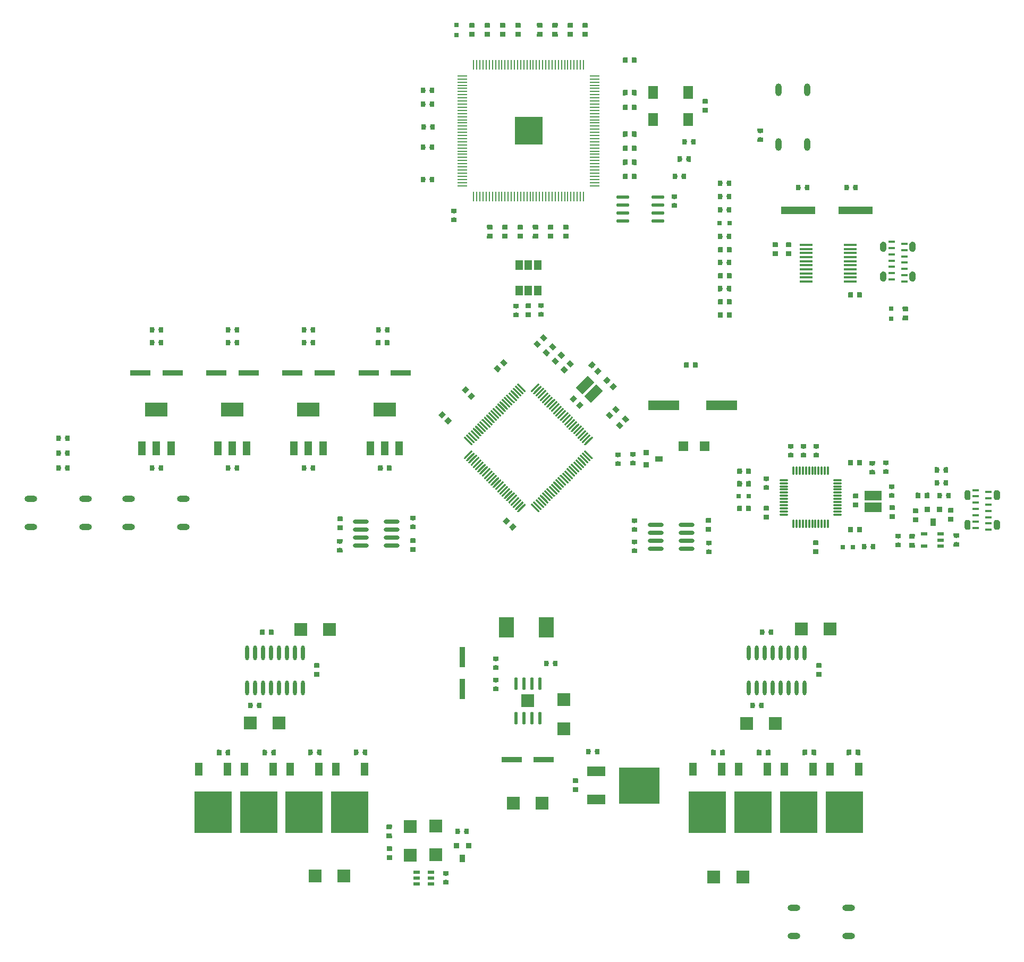
<source format=gtp>
G04*
G04 #@! TF.GenerationSoftware,Altium Limited,Altium Designer,20.1.11 (218)*
G04*
G04 Layer_Color=8421504*
%FSLAX24Y24*%
%MOIN*%
G70*
G04*
G04 #@! TF.SameCoordinates,BD3A0D93-D2E9-4D9D-BC1F-92CABD7513BA*
G04*
G04*
G04 #@! TF.FilePolarity,Positive*
G04*
G01*
G75*
%ADD24R,0.0315X0.0354*%
%ADD25R,0.1417X0.0866*%
%ADD26R,0.0472X0.0866*%
%ADD27R,0.1283X0.0358*%
%ADD28R,0.2362X0.2638*%
%ADD29R,0.0472X0.0787*%
%ADD30R,0.0787X0.0787*%
%ADD31R,0.0787X0.0787*%
%ADD32R,0.1969X0.0591*%
%ADD33R,0.0354X0.0315*%
%ADD34R,0.1063X0.0591*%
G04:AMPARAMS|DCode=35|XSize=59.1mil|YSize=106.3mil|CornerRadius=0mil|HoleSize=0mil|Usage=FLASHONLY|Rotation=135.000|XOffset=0mil|YOffset=0mil|HoleType=Round|Shape=Rectangle|*
%AMROTATEDRECTD35*
4,1,4,0.0585,0.0167,-0.0167,-0.0585,-0.0585,-0.0167,0.0167,0.0585,0.0585,0.0167,0.0*
%
%ADD35ROTATEDRECTD35*%

%ADD36R,0.2165X0.0512*%
%ADD37R,0.0630X0.0787*%
%ADD38R,0.0630X0.0787*%
%ADD39O,0.0591X0.0106*%
%ADD40O,0.0106X0.0591*%
%ADD41O,0.0820X0.0143*%
%ADD42R,0.0394X0.0236*%
G04:AMPARAMS|DCode=43|XSize=63mil|YSize=11.8mil|CornerRadius=0mil|HoleSize=0mil|Usage=FLASHONLY|Rotation=135.000|XOffset=0mil|YOffset=0mil|HoleType=Round|Shape=Round|*
%AMOVALD43*
21,1,0.0512,0.0118,0.0000,0.0000,135.0*
1,1,0.0118,0.0181,-0.0181*
1,1,0.0118,-0.0181,0.0181*
%
%ADD43OVALD43*%

G04:AMPARAMS|DCode=44|XSize=11.8mil|YSize=63mil|CornerRadius=0mil|HoleSize=0mil|Usage=FLASHONLY|Rotation=135.000|XOffset=0mil|YOffset=0mil|HoleType=Round|Shape=Round|*
%AMOVALD44*
21,1,0.0512,0.0118,0.0000,0.0000,225.0*
1,1,0.0118,0.0181,0.0181*
1,1,0.0118,-0.0181,-0.0181*
%
%ADD44OVALD44*%

%ADD45O,0.0236X0.0925*%
%ADD46O,0.0805X0.0231*%
%ADD47R,0.0422X0.0209*%
%ADD48O,0.0610X0.0098*%
%ADD49O,0.0098X0.0610*%
%ADD50R,0.1772X0.1772*%
%ADD51O,0.0984X0.0276*%
%ADD52O,0.0226X0.0802*%
%ADD53R,0.0500X0.0360*%
%ADD54R,0.0360X0.0360*%
%ADD55R,0.0360X0.0360*%
%ADD56R,0.0360X0.0500*%
G04:AMPARAMS|DCode=57|XSize=31.5mil|YSize=35.4mil|CornerRadius=0mil|HoleSize=0mil|Usage=FLASHONLY|Rotation=45.000|XOffset=0mil|YOffset=0mil|HoleType=Round|Shape=Rectangle|*
%AMROTATEDRECTD57*
4,1,4,0.0014,-0.0237,-0.0237,0.0014,-0.0014,0.0237,0.0237,-0.0014,0.0014,-0.0237,0.0*
%
%ADD57ROTATEDRECTD57*%

G04:AMPARAMS|DCode=58|XSize=31.5mil|YSize=35.4mil|CornerRadius=0mil|HoleSize=0mil|Usage=FLASHONLY|Rotation=135.000|XOffset=0mil|YOffset=0mil|HoleType=Round|Shape=Rectangle|*
%AMROTATEDRECTD58*
4,1,4,0.0237,0.0014,-0.0014,-0.0237,-0.0237,-0.0014,0.0014,0.0237,0.0237,0.0014,0.0*
%
%ADD58ROTATEDRECTD58*%

%ADD59R,0.2559X0.2283*%
%ADD60R,0.1181X0.0591*%
%ADD61R,0.0974X0.1307*%
%ADD62O,0.0787X0.0394*%
%ADD63O,0.0394X0.0787*%
%ADD64R,0.0315X0.0315*%
%ADD65R,0.0315X0.0315*%
%ADD66R,0.0600X0.0600*%
%ADD67R,0.0472X0.0630*%
%ADD68R,0.0394X0.0126*%
%ADD69R,0.0358X0.1283*%
G36*
X3727Y33504D02*
Y33388D01*
X3612Y33229D01*
X3503D01*
X3387Y33388D01*
Y33504D01*
X3412Y33529D01*
X3702D01*
X3727Y33504D01*
D02*
G37*
G36*
X2805D02*
Y33388D01*
X2689Y33229D01*
X2580D01*
X2464Y33388D01*
Y33504D01*
X2490Y33529D01*
X2779D01*
X2805Y33504D01*
D02*
G37*
G36*
X1842D02*
Y33388D01*
X1726Y33229D01*
X1617D01*
X1502Y33388D01*
Y33504D01*
X1527Y33529D01*
X1817D01*
X1842Y33504D01*
D02*
G37*
G36*
X879D02*
Y33388D01*
X763Y33229D01*
X654D01*
X539Y33388D01*
Y33504D01*
X564Y33529D01*
X854D01*
X879Y33504D01*
D02*
G37*
G36*
X-484D02*
Y33388D01*
X-599Y33229D01*
X-708D01*
X-824Y33388D01*
Y33504D01*
X-799Y33529D01*
X-509D01*
X-484Y33504D01*
D02*
G37*
G36*
X-1447D02*
Y33388D01*
X-1562Y33229D01*
X-1671D01*
X-1787Y33388D01*
Y33504D01*
X-1762Y33529D01*
X-1472D01*
X-1447Y33504D01*
D02*
G37*
G36*
X-2409D02*
Y33388D01*
X-2525Y33229D01*
X-2634D01*
X-2750Y33388D01*
Y33504D01*
X-2724Y33529D01*
X-2435D01*
X-2409Y33504D01*
D02*
G37*
G36*
X-3372D02*
Y33388D01*
X-3488Y33229D01*
X-3597D01*
X-3712Y33388D01*
Y33504D01*
X-3687Y33529D01*
X-3397D01*
X-3372Y33504D01*
D02*
G37*
G36*
X3727Y32822D02*
Y32706D01*
X3702Y32681D01*
X3412D01*
X3387Y32706D01*
Y32822D01*
X3503Y32981D01*
X3612D01*
X3727Y32822D01*
D02*
G37*
G36*
X2805D02*
Y32706D01*
X2779Y32681D01*
X2490D01*
X2464Y32706D01*
Y32822D01*
X2580Y32981D01*
X2689D01*
X2805Y32822D01*
D02*
G37*
G36*
X1842D02*
Y32706D01*
X1817Y32681D01*
X1527D01*
X1502Y32706D01*
Y32822D01*
X1617Y32981D01*
X1726D01*
X1842Y32822D01*
D02*
G37*
G36*
X879D02*
Y32706D01*
X854Y32681D01*
X564D01*
X539Y32706D01*
Y32822D01*
X654Y32981D01*
X763D01*
X879Y32822D01*
D02*
G37*
G36*
X-484D02*
Y32706D01*
X-509Y32681D01*
X-799D01*
X-824Y32706D01*
Y32822D01*
X-708Y32981D01*
X-599D01*
X-484Y32822D01*
D02*
G37*
G36*
X-1447D02*
Y32706D01*
X-1472Y32681D01*
X-1762D01*
X-1787Y32706D01*
Y32822D01*
X-1671Y32981D01*
X-1562D01*
X-1447Y32822D01*
D02*
G37*
G36*
X-2409D02*
Y32706D01*
X-2435Y32681D01*
X-2724D01*
X-2750Y32706D01*
Y32822D01*
X-2634Y32981D01*
X-2525D01*
X-2409Y32822D01*
D02*
G37*
G36*
X-3372D02*
Y32706D01*
X-3397Y32681D01*
X-3687D01*
X-3712Y32706D01*
Y32822D01*
X-3597Y32981D01*
X-3488D01*
X-3372Y32822D01*
D02*
G37*
G36*
X6779Y31355D02*
Y31065D01*
X6754Y31040D01*
X6637D01*
X6478Y31156D01*
Y31264D01*
X6637Y31380D01*
X6754D01*
X6779Y31355D01*
D02*
G37*
G36*
X6230Y31264D02*
Y31156D01*
X6072Y31040D01*
X5955D01*
X5930Y31065D01*
Y31355D01*
X5955Y31380D01*
X6072D01*
X6230Y31264D01*
D02*
G37*
G36*
X-5900Y29445D02*
Y29155D01*
X-5925Y29130D01*
X-6042D01*
X-6200Y29246D01*
Y29354D01*
X-6042Y29470D01*
X-5925D01*
X-5900Y29445D01*
D02*
G37*
G36*
X-6448Y29354D02*
Y29246D01*
X-6607Y29130D01*
X-6724D01*
X-6749Y29155D01*
Y29445D01*
X-6724Y29470D01*
X-6607D01*
X-6448Y29354D01*
D02*
G37*
G36*
X6779Y29305D02*
Y29015D01*
X6754Y28990D01*
X6637D01*
X6478Y29106D01*
Y29214D01*
X6637Y29330D01*
X6754D01*
X6779Y29305D01*
D02*
G37*
G36*
X6230Y29214D02*
Y29106D01*
X6072Y28990D01*
X5955D01*
X5930Y29015D01*
Y29305D01*
X5955Y29330D01*
X6072D01*
X6230Y29214D01*
D02*
G37*
G36*
X11260Y28745D02*
Y28628D01*
X11144Y28470D01*
X11036D01*
X10920Y28628D01*
Y28745D01*
X10945Y28770D01*
X11235D01*
X11260Y28745D01*
D02*
G37*
G36*
X-5900Y28575D02*
Y28285D01*
X-5925Y28260D01*
X-6042D01*
X-6200Y28376D01*
Y28484D01*
X-6042Y28600D01*
X-5925D01*
X-5900Y28575D01*
D02*
G37*
G36*
X-6448Y28484D02*
Y28376D01*
X-6607Y28260D01*
X-6724D01*
X-6749Y28285D01*
Y28575D01*
X-6724Y28600D01*
X-6607D01*
X-6448Y28484D01*
D02*
G37*
G36*
X6779Y28385D02*
Y28095D01*
X6754Y28070D01*
X6637D01*
X6478Y28186D01*
Y28294D01*
X6637Y28410D01*
X6754D01*
X6779Y28385D01*
D02*
G37*
G36*
X6230Y28294D02*
Y28186D01*
X6072Y28070D01*
X5955D01*
X5930Y28095D01*
Y28385D01*
X5955Y28410D01*
X6072D01*
X6230Y28294D01*
D02*
G37*
G36*
X11260Y28063D02*
Y27946D01*
X11235Y27921D01*
X10945D01*
X10920Y27946D01*
Y28063D01*
X11036Y28222D01*
X11144D01*
X11260Y28063D01*
D02*
G37*
G36*
X-5870Y27165D02*
Y26875D01*
X-5895Y26850D01*
X-6012D01*
X-6170Y26966D01*
Y27074D01*
X-6012Y27190D01*
X-5895D01*
X-5870Y27165D01*
D02*
G37*
G36*
X-6418Y27074D02*
Y26966D01*
X-6577Y26850D01*
X-6694D01*
X-6719Y26875D01*
Y27165D01*
X-6694Y27190D01*
X-6577D01*
X-6418Y27074D01*
D02*
G37*
G36*
X14710Y26894D02*
Y26777D01*
X14594Y26618D01*
X14486D01*
X14370Y26777D01*
Y26894D01*
X14395Y26919D01*
X14685D01*
X14710Y26894D01*
D02*
G37*
G36*
X6779Y26705D02*
Y26415D01*
X6754Y26390D01*
X6637D01*
X6478Y26506D01*
Y26614D01*
X6637Y26730D01*
X6754D01*
X6779Y26705D01*
D02*
G37*
G36*
X6230Y26614D02*
Y26506D01*
X6072Y26390D01*
X5955D01*
X5930Y26415D01*
Y26705D01*
X5955Y26730D01*
X6072D01*
X6230Y26614D01*
D02*
G37*
G36*
X14710Y26212D02*
Y26095D01*
X14685Y26070D01*
X14395D01*
X14370Y26095D01*
Y26212D01*
X14486Y26370D01*
X14594D01*
X14710Y26212D01*
D02*
G37*
G36*
X10499Y26225D02*
Y25935D01*
X10474Y25910D01*
X10357D01*
X10198Y26026D01*
X10198Y26134D01*
X10357Y26250D01*
X10474D01*
X10499Y26225D01*
D02*
G37*
G36*
X9950Y26134D02*
Y26026D01*
X9792Y25910D01*
X9675Y25910D01*
X9650Y25935D01*
Y26225D01*
X9675Y26250D01*
X9792D01*
X9950Y26134D01*
D02*
G37*
G36*
X-5900Y25875D02*
Y25585D01*
X-5925Y25560D01*
X-6042D01*
X-6200Y25676D01*
Y25784D01*
X-6042Y25900D01*
X-5925D01*
X-5900Y25875D01*
D02*
G37*
G36*
X-6448Y25784D02*
Y25676D01*
X-6607Y25560D01*
X-6724D01*
X-6749Y25585D01*
Y25875D01*
X-6724Y25900D01*
X-6607D01*
X-6448Y25784D01*
D02*
G37*
G36*
X6779Y25822D02*
Y25532D01*
X6754Y25507D01*
X6637D01*
X6478Y25622D01*
Y25731D01*
X6637Y25847D01*
X6754D01*
X6779Y25822D01*
D02*
G37*
G36*
X6230Y25731D02*
Y25622D01*
X6072Y25507D01*
X5955D01*
X5930Y25532D01*
Y25822D01*
X5955Y25847D01*
X6072D01*
X6230Y25731D01*
D02*
G37*
G36*
X10190Y25140D02*
Y24850D01*
X10165Y24825D01*
X10048D01*
X9890Y24941D01*
X9890Y25049D01*
X10048Y25165D01*
X10165D01*
X10190Y25140D01*
D02*
G37*
G36*
X9483Y25165D02*
X9642Y25049D01*
Y24941D01*
X9483Y24825D01*
X9366D01*
X9341Y24850D01*
Y25140D01*
X9366Y25165D01*
X9483Y25165D01*
D02*
G37*
G36*
X6779Y24938D02*
Y24648D01*
X6754Y24623D01*
X6637D01*
X6478Y24739D01*
Y24848D01*
X6637Y24963D01*
X6754D01*
X6779Y24938D01*
D02*
G37*
G36*
X6230Y24848D02*
Y24739D01*
X6072Y24623D01*
X5955D01*
X5930Y24648D01*
Y24938D01*
X5955Y24963D01*
X6072D01*
X6230Y24848D01*
D02*
G37*
G36*
X9900Y24055D02*
Y23765D01*
X9875Y23740D01*
X9758D01*
X9600Y23856D01*
X9600Y23964D01*
X9758Y24080D01*
X9875D01*
X9900Y24055D01*
D02*
G37*
G36*
X9352Y23964D02*
Y23856D01*
X9193Y23740D01*
X9076Y23740D01*
X9051Y23765D01*
Y24055D01*
X9076Y24080D01*
X9193D01*
X9352Y23964D01*
D02*
G37*
G36*
X6779Y24055D02*
Y23765D01*
X6754Y23740D01*
X6637D01*
X6478Y23856D01*
Y23964D01*
X6637Y24080D01*
X6754D01*
X6779Y24055D01*
D02*
G37*
G36*
X6230Y23964D02*
Y23856D01*
X6072Y23740D01*
X5955D01*
X5930Y23765D01*
Y24055D01*
X5955Y24080D01*
X6072D01*
X6230Y23964D01*
D02*
G37*
G36*
X-5910Y23865D02*
Y23575D01*
X-5935Y23550D01*
X-6052D01*
X-6210Y23666D01*
Y23774D01*
X-6052Y23890D01*
X-5935D01*
X-5910Y23865D01*
D02*
G37*
G36*
X-6458Y23774D02*
Y23666D01*
X-6617Y23550D01*
X-6734D01*
X-6759Y23575D01*
Y23865D01*
X-6734Y23890D01*
X-6617D01*
X-6458Y23774D01*
D02*
G37*
G36*
X12739Y23630D02*
Y23340D01*
X12714Y23315D01*
X12597D01*
X12438Y23430D01*
Y23539D01*
X12597Y23655D01*
X12714D01*
X12739Y23630D01*
D02*
G37*
G36*
X12190Y23539D02*
Y23430D01*
X12032Y23315D01*
X11915D01*
X11890Y23340D01*
Y23630D01*
X11915Y23655D01*
X12032D01*
X12190Y23539D01*
D02*
G37*
G36*
X20660Y23355D02*
Y23065D01*
X20635Y23040D01*
X20518D01*
X20360Y23156D01*
Y23264D01*
X20518Y23380D01*
X20635D01*
X20660Y23355D01*
D02*
G37*
G36*
X20112Y23264D02*
Y23156D01*
X19953Y23040D01*
X19836D01*
X19811Y23065D01*
Y23355D01*
X19836Y23380D01*
X19953D01*
X20112Y23264D01*
D02*
G37*
G36*
X17630Y23345D02*
Y23055D01*
X17605Y23030D01*
X17488D01*
X17330Y23146D01*
Y23254D01*
X17488Y23370D01*
X17605D01*
X17630Y23345D01*
D02*
G37*
G36*
X17082Y23254D02*
Y23146D01*
X16923Y23030D01*
X16806D01*
X16781Y23055D01*
Y23345D01*
X16806Y23370D01*
X16923D01*
X17082Y23254D01*
D02*
G37*
G36*
X9330Y22765D02*
X9330Y22648D01*
X9214Y22490D01*
X9106Y22490D01*
X8990Y22648D01*
Y22765D01*
X9015Y22790D01*
X9305D01*
X9330Y22765D01*
D02*
G37*
G36*
X12739Y22792D02*
Y22503D01*
X12714Y22477D01*
X12597D01*
X12438Y22593D01*
Y22702D01*
X12597Y22818D01*
X12714D01*
X12739Y22792D01*
D02*
G37*
G36*
X12190Y22702D02*
Y22593D01*
X12032Y22477D01*
X11915D01*
X11890Y22503D01*
Y22792D01*
X11915Y22818D01*
X12032D01*
X12190Y22702D01*
D02*
G37*
G36*
X9214Y22242D02*
X9330Y22083D01*
Y21966D01*
X9305Y21941D01*
X9015D01*
X8990Y21966D01*
X8990Y22083D01*
X9106Y22242D01*
X9214Y22242D01*
D02*
G37*
G36*
X12739Y21955D02*
Y21665D01*
X12714Y21640D01*
X12597D01*
X12438Y21756D01*
Y21865D01*
X12597Y21980D01*
X12714D01*
X12739Y21955D01*
D02*
G37*
G36*
X12190Y21865D02*
Y21756D01*
X12032Y21640D01*
X11915D01*
X11890Y21665D01*
Y21955D01*
X11915Y21980D01*
X12032D01*
X12190Y21865D01*
D02*
G37*
G36*
X-4500Y21854D02*
Y21737D01*
X-4616Y21578D01*
X-4724D01*
X-4840Y21737D01*
Y21854D01*
X-4815Y21879D01*
X-4525D01*
X-4500Y21854D01*
D02*
G37*
G36*
Y21172D02*
Y21055D01*
X-4525Y21030D01*
X-4815D01*
X-4840Y21055D01*
Y21172D01*
X-4724Y21330D01*
X-4616D01*
X-4500Y21172D01*
D02*
G37*
G36*
X2520Y20835D02*
Y20718D01*
X2404Y20560D01*
X2296D01*
X2180Y20718D01*
Y20835D01*
X2205Y20860D01*
X2495D01*
X2520Y20835D01*
D02*
G37*
G36*
X1565D02*
Y20718D01*
X1449Y20560D01*
X1341D01*
X1225Y20718D01*
Y20835D01*
X1250Y20860D01*
X1540D01*
X1565Y20835D01*
D02*
G37*
G36*
X610D02*
Y20718D01*
X494Y20560D01*
X386D01*
X270Y20718D01*
Y20835D01*
X295Y20860D01*
X585D01*
X610Y20835D01*
D02*
G37*
G36*
X-345D02*
Y20718D01*
X-461Y20560D01*
X-569D01*
X-685Y20718D01*
Y20835D01*
X-660Y20860D01*
X-370D01*
X-345Y20835D01*
D02*
G37*
G36*
X-1300D02*
Y20718D01*
X-1416Y20560D01*
X-1524D01*
X-1640Y20718D01*
Y20835D01*
X-1615Y20860D01*
X-1325D01*
X-1300Y20835D01*
D02*
G37*
G36*
X-2255D02*
Y20718D01*
X-2371Y20560D01*
X-2479D01*
X-2595Y20718D01*
Y20835D01*
X-2570Y20860D01*
X-2280D01*
X-2255Y20835D01*
D02*
G37*
G36*
X2520Y20153D02*
Y20036D01*
X2495Y20011D01*
X2205D01*
X2180Y20036D01*
Y20153D01*
X2296Y20312D01*
X2404D01*
X2520Y20153D01*
D02*
G37*
G36*
X1565D02*
Y20036D01*
X1540Y20011D01*
X1250D01*
X1225Y20036D01*
Y20153D01*
X1341Y20312D01*
X1449D01*
X1565Y20153D01*
D02*
G37*
G36*
X610D02*
Y20036D01*
X585Y20011D01*
X295D01*
X270Y20036D01*
Y20153D01*
X386Y20312D01*
X494D01*
X610Y20153D01*
D02*
G37*
G36*
X-345D02*
Y20036D01*
X-370Y20011D01*
X-660D01*
X-685Y20036D01*
Y20153D01*
X-569Y20312D01*
X-461D01*
X-345Y20153D01*
D02*
G37*
G36*
X-1300D02*
Y20036D01*
X-1325Y20011D01*
X-1615D01*
X-1640Y20036D01*
Y20153D01*
X-1524Y20312D01*
X-1416D01*
X-1300Y20153D01*
D02*
G37*
G36*
X-2255D02*
Y20036D01*
X-2280Y20011D01*
X-2570D01*
X-2595Y20036D01*
Y20153D01*
X-2479Y20312D01*
X-2371D01*
X-2255Y20153D01*
D02*
G37*
G36*
X12739Y20281D02*
Y19991D01*
X12714Y19966D01*
X12597D01*
X12438Y20081D01*
Y20190D01*
X12597Y20306D01*
X12714D01*
X12739Y20281D01*
D02*
G37*
G36*
X12190Y20190D02*
Y20081D01*
X12032Y19966D01*
X11915D01*
X11890Y19991D01*
Y20281D01*
X11915Y20306D01*
X12032D01*
X12190Y20190D01*
D02*
G37*
G36*
X22977Y19741D02*
X22583D01*
Y19867D01*
X22977D01*
Y19741D01*
D02*
G37*
G36*
X23777Y19615D02*
X23383D01*
Y19741D01*
X23777D01*
Y19615D01*
D02*
G37*
G36*
X15650Y19744D02*
Y19627D01*
X15534Y19468D01*
X15426D01*
X15310Y19627D01*
Y19744D01*
X15335Y19769D01*
X15625D01*
X15650Y19744D01*
D02*
G37*
G36*
X16490Y19744D02*
X16490Y19627D01*
X16374Y19468D01*
X16266D01*
X16150Y19627D01*
Y19744D01*
X16175Y19769D01*
X16465Y19769D01*
X16490Y19744D01*
D02*
G37*
G36*
X22977Y19347D02*
X22583D01*
Y19473D01*
X22977D01*
Y19347D01*
D02*
G37*
G36*
X23777Y19221D02*
X23383D01*
Y19347D01*
X23777D01*
Y19221D01*
D02*
G37*
G36*
X24209Y19778D02*
X24264Y19723D01*
X24294Y19650D01*
Y19611D01*
Y19375D01*
Y19336D01*
X24264Y19264D01*
X24209Y19208D01*
X24136Y19178D01*
X24058D01*
X23986Y19208D01*
X23930Y19264D01*
X23900Y19336D01*
Y19375D01*
Y19611D01*
Y19650D01*
X23930Y19723D01*
X23986Y19778D01*
X24058Y19808D01*
X24136D01*
X24209Y19778D01*
D02*
G37*
G36*
X22374D02*
X22429Y19723D01*
X22459Y19650D01*
Y19611D01*
Y19375D01*
Y19336D01*
X22429Y19264D01*
X22374Y19208D01*
X22302Y19178D01*
X22223D01*
X22151Y19208D01*
X22096Y19264D01*
X22066Y19336D01*
Y19375D01*
Y19611D01*
Y19650D01*
X22096Y19723D01*
X22151Y19778D01*
X22223Y19808D01*
X22302D01*
X22374Y19778D01*
D02*
G37*
G36*
X12745Y19459D02*
Y19170D01*
X12720Y19145D01*
X12603D01*
X12445Y19260D01*
Y19369D01*
X12603Y19485D01*
X12720D01*
X12745Y19459D01*
D02*
G37*
G36*
X12197Y19369D02*
Y19260D01*
X12038Y19145D01*
X11921D01*
X11896Y19170D01*
Y19459D01*
X11921Y19485D01*
X12038D01*
X12197Y19369D01*
D02*
G37*
G36*
X22977Y18954D02*
X22583D01*
Y19080D01*
X22977D01*
Y18954D01*
D02*
G37*
G36*
X15650Y19062D02*
Y18945D01*
X15625Y18920D01*
X15335D01*
X15310Y18945D01*
Y19062D01*
X15426Y19220D01*
X15534D01*
X15650Y19062D01*
D02*
G37*
G36*
X16490Y19062D02*
Y18945D01*
X16465Y18920D01*
X16175D01*
X16150Y18945D01*
Y19062D01*
X16266Y19220D01*
X16374D01*
X16490Y19062D01*
D02*
G37*
G36*
X23777Y18828D02*
X23383D01*
Y18954D01*
X23777D01*
Y18828D01*
D02*
G37*
G36*
X22977Y18560D02*
X22583D01*
Y18686D01*
X22977D01*
Y18560D01*
D02*
G37*
G36*
X23777Y18434D02*
X23383D01*
Y18560D01*
X23777D01*
Y18434D01*
D02*
G37*
G36*
X12739Y18643D02*
Y18353D01*
X12714Y18328D01*
X12597D01*
X12438Y18443D01*
Y18552D01*
X12597Y18668D01*
X12714D01*
X12739Y18643D01*
D02*
G37*
G36*
X12190Y18552D02*
Y18443D01*
X12032Y18328D01*
X11915D01*
X11890Y18353D01*
Y18643D01*
X11915Y18668D01*
X12032D01*
X12190Y18552D01*
D02*
G37*
G36*
X22977Y18166D02*
X22583D01*
Y18292D01*
X22977D01*
Y18166D01*
D02*
G37*
G36*
X23777Y18040D02*
X23383D01*
Y18166D01*
X23777D01*
Y18040D01*
D02*
G37*
G36*
X22977Y17773D02*
X22583D01*
Y17899D01*
X22977D01*
Y17773D01*
D02*
G37*
G36*
X23777Y17647D02*
X23383D01*
Y17773D01*
X23777D01*
Y17647D01*
D02*
G37*
G36*
X12745Y17822D02*
Y17532D01*
X12720Y17507D01*
X12603D01*
X12445Y17622D01*
Y17731D01*
X12603Y17847D01*
X12720D01*
X12745Y17822D01*
D02*
G37*
G36*
X12197Y17731D02*
Y17622D01*
X12038Y17507D01*
X11921D01*
X11896Y17532D01*
Y17822D01*
X11921Y17847D01*
X12038D01*
X12197Y17731D01*
D02*
G37*
G36*
X22977Y17379D02*
X22583D01*
Y17505D01*
X22977D01*
Y17379D01*
D02*
G37*
G36*
X24209Y17912D02*
X24264Y17857D01*
X24294Y17784D01*
Y17745D01*
Y17509D01*
Y17470D01*
X24264Y17397D01*
X24209Y17342D01*
X24136Y17312D01*
X24058D01*
X23986Y17342D01*
X23930Y17397D01*
X23900Y17470D01*
Y17509D01*
Y17745D01*
Y17784D01*
X23930Y17857D01*
X23986Y17912D01*
X24058Y17942D01*
X24136D01*
X24209Y17912D01*
D02*
G37*
G36*
X22374D02*
X22429Y17857D01*
X22459Y17784D01*
Y17745D01*
Y17509D01*
Y17470D01*
X22429Y17397D01*
X22374Y17342D01*
X22302Y17312D01*
X22223D01*
X22151Y17342D01*
X22096Y17397D01*
X22066Y17470D01*
Y17509D01*
Y17745D01*
Y17784D01*
X22096Y17857D01*
X22151Y17912D01*
X22223Y17942D01*
X22302D01*
X22374Y17912D01*
D02*
G37*
G36*
X23777Y17253D02*
X23383D01*
Y17379D01*
X23777D01*
Y17253D01*
D02*
G37*
G36*
X12739Y17005D02*
Y16715D01*
X12714Y16690D01*
X12597D01*
X12438Y16806D01*
Y16914D01*
X12597Y17030D01*
X12714D01*
X12739Y17005D01*
D02*
G37*
G36*
X12190Y16914D02*
Y16806D01*
X12032Y16690D01*
X11915D01*
X11890Y16715D01*
Y17005D01*
X11915Y17030D01*
X12032D01*
X12190Y16914D01*
D02*
G37*
G36*
X20909Y16625D02*
Y16335D01*
X20884Y16310D01*
X20767D01*
X20608Y16426D01*
Y16534D01*
X20767Y16650D01*
X20884D01*
X20909Y16625D01*
D02*
G37*
G36*
X20360Y16534D02*
Y16426D01*
X20202Y16310D01*
X20085D01*
X20060Y16335D01*
Y16625D01*
X20085Y16650D01*
X20202D01*
X20360Y16534D01*
D02*
G37*
G36*
X12745Y16184D02*
Y15894D01*
X12720Y15869D01*
X12603D01*
X12445Y15984D01*
Y16093D01*
X12603Y16209D01*
X12720D01*
X12745Y16184D01*
D02*
G37*
G36*
X12197Y16093D02*
Y15984D01*
X12038Y15869D01*
X11921D01*
X11896Y15894D01*
Y16184D01*
X11921Y16209D01*
X12038D01*
X12197Y16093D01*
D02*
G37*
G36*
X973Y15930D02*
Y15813D01*
X858Y15654D01*
X749D01*
X633Y15813D01*
Y15930D01*
X658Y15955D01*
X948D01*
X973Y15930D01*
D02*
G37*
G36*
X167Y15901D02*
X167Y15785D01*
X52Y15626D01*
X-57D01*
X-173Y15785D01*
Y15901D01*
X-148Y15926D01*
X142D01*
X167Y15901D01*
D02*
G37*
G36*
X-596Y15887D02*
Y15771D01*
X-712Y15612D01*
X-821D01*
X-936Y15771D01*
Y15887D01*
X-911Y15912D01*
X-622D01*
X-596Y15887D01*
D02*
G37*
G36*
X23810Y15715D02*
Y15598D01*
X23694Y15440D01*
X23586D01*
X23470Y15598D01*
Y15715D01*
X23495Y15740D01*
X23785D01*
X23810Y15715D01*
D02*
G37*
G36*
X973Y15248D02*
Y15131D01*
X948Y15106D01*
X658D01*
X633Y15131D01*
Y15248D01*
X749Y15406D01*
X858D01*
X973Y15248D01*
D02*
G37*
G36*
X167Y15219D02*
Y15103D01*
X142Y15078D01*
X-148D01*
X-173Y15103D01*
X-173Y15219D01*
X-57Y15378D01*
X52D01*
X167Y15219D01*
D02*
G37*
G36*
X-596Y15205D02*
X-596Y15089D01*
X-622Y15064D01*
X-911D01*
X-936Y15089D01*
Y15205D01*
X-821Y15364D01*
X-712D01*
X-596Y15205D01*
D02*
G37*
G36*
X12745Y15365D02*
Y15075D01*
X12720Y15050D01*
X12603D01*
X12445Y15166D01*
Y15274D01*
X12603Y15390D01*
X12720D01*
X12745Y15365D01*
D02*
G37*
G36*
X12197Y15274D02*
Y15166D01*
X12038Y15050D01*
X11921D01*
X11896Y15075D01*
Y15365D01*
X11921Y15390D01*
X12038D01*
X12197Y15274D01*
D02*
G37*
G36*
X23810Y15033D02*
Y14916D01*
X23785Y14891D01*
X23495D01*
X23470Y14916D01*
Y15033D01*
X23586Y15192D01*
X23694D01*
X23810Y15033D01*
D02*
G37*
G36*
X-13366Y14425D02*
Y14135D01*
X-13391Y14110D01*
X-13508D01*
X-13667Y14226D01*
Y14334D01*
X-13508Y14450D01*
X-13391D01*
X-13366Y14425D01*
D02*
G37*
G36*
X-13915Y14334D02*
Y14226D01*
X-14073Y14110D01*
X-14190D01*
X-14215Y14135D01*
Y14425D01*
X-14190Y14450D01*
X-14073D01*
X-13915Y14334D01*
D02*
G37*
G36*
X-18144Y14425D02*
Y14135D01*
X-18170Y14110D01*
X-18286D01*
X-18445Y14226D01*
Y14334D01*
X-18286Y14450D01*
X-18170D01*
X-18144Y14425D01*
D02*
G37*
G36*
X-18693Y14334D02*
Y14226D01*
X-18851Y14110D01*
X-18968D01*
X-18993Y14135D01*
Y14425D01*
X-18968Y14450D01*
X-18851D01*
X-18693Y14334D01*
D02*
G37*
G36*
X-22903Y14425D02*
Y14135D01*
X-22928Y14110D01*
X-23044D01*
X-23203Y14226D01*
Y14334D01*
X-23044Y14450D01*
X-22928D01*
X-22903Y14425D01*
D02*
G37*
G36*
X-23451Y14334D02*
Y14226D01*
X-23610Y14110D01*
X-23726D01*
X-23751Y14135D01*
Y14425D01*
X-23726Y14450D01*
X-23610D01*
X-23451Y14334D01*
D02*
G37*
G36*
X-9248Y14324D02*
Y14216D01*
X-9407Y14100D01*
X-9524D01*
X-9549Y14125D01*
X-9549Y14415D01*
X-9524Y14440D01*
X-9407D01*
X-9248Y14324D01*
D02*
G37*
G36*
X-8700Y14415D02*
X-8700Y14125D01*
X-8725Y14100D01*
X-8842D01*
X-9000Y14216D01*
Y14324D01*
X-8842Y14440D01*
X-8725Y14440D01*
X-8700Y14415D01*
D02*
G37*
G36*
X1167Y13782D02*
Y13747D01*
X1085Y13664D01*
X891Y13634D01*
X814Y13711D01*
X844Y13905D01*
X927Y13987D01*
X962D01*
X1167Y13782D01*
D02*
G37*
G36*
X-9270Y13534D02*
Y13426D01*
X-9428Y13310D01*
X-9545D01*
X-9570Y13335D01*
Y13625D01*
X-9545Y13650D01*
X-9428D01*
X-9270Y13534D01*
D02*
G37*
G36*
X-8721Y13625D02*
X-8721Y13335D01*
X-8746Y13310D01*
X-8863Y13310D01*
X-9022Y13426D01*
X-9022Y13534D01*
X-8863Y13650D01*
X-8746Y13650D01*
X-8721Y13625D01*
D02*
G37*
G36*
X-13366Y13625D02*
Y13335D01*
X-13391Y13310D01*
X-13508D01*
X-13667Y13426D01*
Y13534D01*
X-13508Y13650D01*
X-13391D01*
X-13366Y13625D01*
D02*
G37*
G36*
X-13915Y13534D02*
Y13426D01*
X-14073Y13310D01*
X-14190D01*
X-14215Y13335D01*
Y13625D01*
X-14190Y13650D01*
X-14073D01*
X-13915Y13534D01*
D02*
G37*
G36*
X-18144Y13625D02*
Y13335D01*
X-18170Y13310D01*
X-18286D01*
X-18445Y13426D01*
Y13534D01*
X-18286Y13650D01*
X-18170D01*
X-18144Y13625D01*
D02*
G37*
G36*
X-18693Y13534D02*
Y13426D01*
X-18851Y13310D01*
X-18968D01*
X-18993Y13335D01*
Y13625D01*
X-18968Y13650D01*
X-18851D01*
X-18693Y13534D01*
D02*
G37*
G36*
X-22903Y13625D02*
Y13335D01*
X-22928Y13310D01*
X-23044D01*
X-23203Y13426D01*
Y13534D01*
X-23044Y13650D01*
X-22928D01*
X-22903Y13625D01*
D02*
G37*
G36*
X-23451Y13534D02*
Y13426D01*
X-23610Y13310D01*
X-23726D01*
X-23751Y13335D01*
Y13625D01*
X-23726Y13650D01*
X-23610D01*
X-23451Y13534D01*
D02*
G37*
G36*
X716Y13459D02*
X685Y13265D01*
X603Y13182D01*
X567D01*
X362Y13387D01*
X362Y13423D01*
X445Y13505D01*
X639Y13536D01*
X716Y13459D01*
D02*
G37*
G36*
X1727Y13222D02*
X1727Y13187D01*
X1645Y13104D01*
X1451Y13074D01*
X1374Y13151D01*
X1404Y13345D01*
X1487Y13427D01*
X1522Y13427D01*
X1727Y13222D01*
D02*
G37*
G36*
X1276Y12899D02*
X1245Y12705D01*
X1163Y12622D01*
X1127D01*
X922Y12827D01*
Y12863D01*
X1005Y12945D01*
X1199Y12976D01*
X1276Y12899D01*
D02*
G37*
G36*
X2278Y12693D02*
Y12657D01*
X2195Y12575D01*
X2001Y12544D01*
X1924Y12621D01*
X1955Y12815D01*
X2037Y12898D01*
X2073D01*
X2278Y12693D01*
D02*
G37*
G36*
X1826Y12369D02*
X1796Y12175D01*
X1713Y12093D01*
X1678D01*
X1473Y12298D01*
X1473Y12333D01*
X1555Y12416D01*
X1749Y12446D01*
X1826Y12369D01*
D02*
G37*
G36*
X-1332Y12223D02*
X-1332Y12187D01*
X-1415Y12105D01*
X-1609Y12074D01*
X-1686Y12151D01*
X-1655Y12345D01*
X-1573Y12428D01*
X-1537Y12428D01*
X-1332Y12223D01*
D02*
G37*
G36*
X2838Y12158D02*
X2838Y12123D01*
X2756Y12040D01*
X2562Y12010D01*
X2485Y12087D01*
X2515Y12281D01*
X2597Y12363D01*
X2633Y12363D01*
X2838Y12158D01*
D02*
G37*
G36*
X4096Y12185D02*
X4126Y11991D01*
X4049Y11914D01*
X3855Y11944D01*
X3773Y12027D01*
X3773Y12062D01*
X3978Y12267D01*
X4013D01*
X4096Y12185D01*
D02*
G37*
G36*
X10620Y12215D02*
Y11925D01*
X10595Y11900D01*
X10478D01*
X10320Y12016D01*
Y12124D01*
X10478Y12240D01*
X10595D01*
X10620Y12215D01*
D02*
G37*
G36*
X10072Y12124D02*
Y12016D01*
X9913Y11900D01*
X9796D01*
X9771Y11925D01*
Y12215D01*
X9796Y12240D01*
X9913D01*
X10072Y12124D01*
D02*
G37*
G36*
X-1784Y11899D02*
X-1814Y11705D01*
X-1897Y11623D01*
X-1932Y11623D01*
X-2137Y11828D01*
Y11863D01*
X-2055Y11946D01*
X-1861Y11976D01*
X-1784Y11899D01*
D02*
G37*
G36*
X2386Y11835D02*
X2356Y11641D01*
X2273Y11558D01*
X2238Y11558D01*
X2033Y11763D01*
X2033Y11799D01*
X2115Y11881D01*
X2309Y11912D01*
X2386Y11835D01*
D02*
G37*
G36*
X4495Y11785D02*
X4578Y11703D01*
Y11667D01*
X4373Y11462D01*
X4337D01*
X4255Y11545D01*
X4224Y11739D01*
X4301Y11816D01*
X4495Y11785D01*
D02*
G37*
G36*
X4963Y11307D02*
X5046Y11225D01*
X5076Y11031D01*
X4999Y10954D01*
X4805Y10984D01*
X4723Y11067D01*
Y11102D01*
X4928Y11307D01*
X4963Y11307D01*
D02*
G37*
G36*
X5445Y10825D02*
X5528Y10743D01*
X5528Y10707D01*
X5323Y10502D01*
X5287Y10502D01*
X5205Y10585D01*
X5174Y10779D01*
X5251Y10856D01*
X5445Y10825D01*
D02*
G37*
G36*
X665Y10915D02*
X699Y10881D01*
X699Y10832D01*
X682Y10814D01*
X264Y10397D01*
X247Y10380D01*
X199Y10380D01*
X164Y10415D01*
X164Y10463D01*
X181Y10480D01*
X181Y10480D01*
X599Y10898D01*
X616Y10915D01*
X665Y10915D01*
D02*
G37*
G36*
X-599Y10898D02*
X-181Y10480D01*
X-164Y10463D01*
X-164Y10414D01*
X-198Y10380D01*
X-247D01*
X-264Y10397D01*
X-682Y10814D01*
X-699Y10832D01*
X-699Y10881D01*
X-665Y10915D01*
X-616D01*
X-599Y10898D01*
D02*
G37*
G36*
X-3845Y10635D02*
X-3814Y10441D01*
X-3891Y10364D01*
X-4085Y10395D01*
X-4168Y10477D01*
X-4168Y10513D01*
X-3963Y10718D01*
X-3927D01*
X-3845Y10635D01*
D02*
G37*
G36*
X-755Y10776D02*
X-738Y10759D01*
X-320Y10341D01*
X-303Y10324D01*
Y10275D01*
X-337Y10240D01*
X-386Y10240D01*
X-404Y10258D01*
X-821Y10675D01*
X-838Y10693D01*
X-838Y10741D01*
X-804Y10776D01*
X-755Y10776D01*
D02*
G37*
G36*
X804Y10776D02*
X838Y10741D01*
Y10693D01*
X821Y10675D01*
X404Y10258D01*
X386Y10240D01*
X337Y10240D01*
X303Y10275D01*
Y10324D01*
X320Y10341D01*
X738Y10759D01*
X755Y10776D01*
X804Y10776D01*
D02*
G37*
G36*
X1395Y10185D02*
X1395Y10136D01*
X1378Y10118D01*
X1378Y10118D01*
X960Y9701D01*
X960Y9701D01*
X943Y9684D01*
X894Y9684D01*
X860Y9718D01*
X860Y9767D01*
X877Y9784D01*
X877Y9784D01*
X1294Y10202D01*
X1312Y10219D01*
X1361Y10219D01*
X1395Y10185D01*
D02*
G37*
G36*
X943Y10637D02*
X978Y10602D01*
Y10553D01*
X960Y10536D01*
X543Y10118D01*
X526Y10101D01*
X477D01*
X442Y10136D01*
Y10185D01*
X459Y10202D01*
X877Y10620D01*
X894Y10637D01*
X943Y10637D01*
D02*
G37*
G36*
X-877Y10620D02*
X-459Y10202D01*
X-442Y10185D01*
Y10136D01*
X-477Y10101D01*
X-526D01*
X-543Y10118D01*
X-960Y10536D01*
X-978Y10553D01*
X-978Y10602D01*
X-943Y10637D01*
X-894Y10637D01*
X-877Y10620D01*
D02*
G37*
G36*
X1117Y10463D02*
X1117Y10414D01*
X1100Y10397D01*
X682Y9979D01*
X665Y9962D01*
X616Y9962D01*
X581Y9997D01*
Y10046D01*
X598Y10063D01*
X1016Y10480D01*
X1033Y10498D01*
X1082D01*
X1117Y10463D01*
D02*
G37*
G36*
X-1033Y10498D02*
X-1016Y10480D01*
X-598Y10063D01*
X-581Y10046D01*
Y9997D01*
X-616Y9962D01*
X-665Y9962D01*
X-682Y9979D01*
X-1100Y10397D01*
X-1117Y10414D01*
X-1117Y10463D01*
X-1082Y10498D01*
X-1033Y10498D01*
D02*
G37*
G36*
X-3445Y10236D02*
X-3363Y10153D01*
Y10118D01*
X-3568Y9913D01*
X-3603Y9913D01*
X-3686Y9995D01*
X-3716Y10189D01*
X-3639Y10266D01*
X-3445Y10236D01*
D02*
G37*
G36*
X1222Y10358D02*
X1256Y10324D01*
Y10275D01*
X1239Y10258D01*
X821Y9840D01*
X804Y9823D01*
X755D01*
X720Y9857D01*
Y9906D01*
X738Y9924D01*
X1155Y10341D01*
X1173Y10358D01*
X1222Y10358D01*
D02*
G37*
G36*
X-1155Y10341D02*
X-738Y9924D01*
X-720Y9906D01*
Y9857D01*
X-755Y9823D01*
X-804D01*
X-821Y9840D01*
X-1239Y10258D01*
X-1256Y10275D01*
X-1256Y10324D01*
X-1222Y10358D01*
X-1173Y10358D01*
X-1155Y10341D01*
D02*
G37*
G36*
X2853Y10148D02*
X2935Y10065D01*
X2966Y9871D01*
X2889Y9794D01*
X2695Y9825D01*
X2612Y9907D01*
Y9943D01*
X2817Y10148D01*
X2853Y10148D01*
D02*
G37*
G36*
X-1312Y10219D02*
X-1295Y10202D01*
X-877Y9784D01*
X-860Y9767D01*
Y9718D01*
X-894Y9684D01*
X-943Y9684D01*
X-960Y9701D01*
X-1378Y10118D01*
X-1395Y10136D01*
Y10185D01*
X-1361Y10219D01*
X-1312Y10219D01*
D02*
G37*
G36*
X-1434Y10063D02*
X-1016Y9645D01*
X-999Y9628D01*
Y9579D01*
X-1033Y9544D01*
X-1082Y9544D01*
X-1100Y9562D01*
X-1517Y9979D01*
X-1534Y9997D01*
X-1534Y10045D01*
X-1500Y10080D01*
X-1451Y10080D01*
X-1434Y10063D01*
D02*
G37*
G36*
X1534Y10045D02*
X1534Y9997D01*
X1517Y9979D01*
X1517Y9979D01*
X1100Y9562D01*
X1082Y9544D01*
X1033D01*
X999Y9579D01*
Y9628D01*
X1016Y9645D01*
X1434Y10063D01*
X1451Y10080D01*
X1500Y10080D01*
X1534Y10045D01*
D02*
G37*
G36*
X1674Y9906D02*
X1674Y9857D01*
X1656Y9840D01*
X1239Y9423D01*
X1221Y9405D01*
X1173D01*
X1138Y9440D01*
X1138Y9489D01*
X1155Y9506D01*
X1573Y9924D01*
X1590Y9941D01*
X1639D01*
X1674Y9906D01*
D02*
G37*
G36*
X-1590Y9941D02*
X-1573Y9924D01*
X-1155Y9506D01*
X-1138Y9489D01*
Y9440D01*
X-1173Y9405D01*
X-1222Y9405D01*
X-1239Y9422D01*
X-1656Y9840D01*
X-1674Y9857D01*
Y9906D01*
X-1639Y9941D01*
X-1590Y9941D01*
D02*
G37*
G36*
X3335Y9666D02*
X3417Y9583D01*
Y9548D01*
X3212Y9343D01*
X3177D01*
X3094Y9425D01*
X3064Y9619D01*
X3141Y9696D01*
X3335Y9666D01*
D02*
G37*
G36*
X1778Y9802D02*
X1813Y9767D01*
X1813Y9718D01*
X1796Y9701D01*
X1378Y9283D01*
X1361Y9266D01*
X1312Y9266D01*
X1277Y9301D01*
X1277Y9350D01*
X1294Y9367D01*
X1712Y9784D01*
X1729Y9802D01*
X1778Y9802D01*
D02*
G37*
G36*
X-1729Y9802D02*
X-1712Y9784D01*
X-1294Y9367D01*
X-1277Y9349D01*
Y9301D01*
X-1312Y9266D01*
X-1361Y9266D01*
X-1378Y9283D01*
X-1796Y9701D01*
X-1813Y9718D01*
Y9767D01*
X-1778Y9802D01*
X-1729Y9802D01*
D02*
G37*
G36*
X5687Y9292D02*
Y9257D01*
X5605Y9174D01*
X5411Y9144D01*
X5334Y9221D01*
X5364Y9415D01*
X5447Y9497D01*
X5482D01*
X5687Y9292D01*
D02*
G37*
G36*
X1917Y9663D02*
X1952Y9628D01*
X1952Y9579D01*
X1935Y9562D01*
X1517Y9144D01*
X1500Y9127D01*
X1451Y9128D01*
X1417Y9162D01*
X1417Y9210D01*
X1434Y9228D01*
X1851Y9645D01*
X1869Y9663D01*
X1917Y9663D01*
D02*
G37*
G36*
X-1851Y9645D02*
X-1434Y9228D01*
X-1416Y9210D01*
Y9161D01*
X-1451Y9127D01*
X-1500Y9127D01*
X-1517Y9144D01*
X-1935Y9562D01*
X-1952Y9579D01*
X-1952Y9628D01*
X-1918Y9662D01*
X-1869Y9662D01*
X-1851Y9645D01*
D02*
G37*
G36*
X2091Y9489D02*
Y9440D01*
X2074Y9423D01*
X1656Y9005D01*
X1639Y8988D01*
X1590D01*
X1555Y9022D01*
X1555Y9071D01*
X1573Y9088D01*
X1990Y9506D01*
X2008Y9523D01*
X2057D01*
X2091Y9489D01*
D02*
G37*
G36*
X-2008Y9523D02*
X-1990Y9506D01*
X-1573Y9088D01*
X-1556Y9071D01*
Y9022D01*
X-1590Y8988D01*
X-1639Y8988D01*
X-1656Y9005D01*
X-2074Y9422D01*
X-2091Y9440D01*
Y9489D01*
X-2057Y9523D01*
X-2008Y9523D01*
D02*
G37*
G36*
X2230Y9350D02*
Y9301D01*
X2213Y9283D01*
X1796Y8866D01*
X1778Y8848D01*
X1729Y8848D01*
X1695Y8883D01*
X1695Y8932D01*
X1712Y8949D01*
X2130Y9367D01*
X2147Y9384D01*
X2196D01*
X2230Y9350D01*
D02*
G37*
G36*
X-2130Y9367D02*
X-1712Y8949D01*
X-1695Y8932D01*
X-1695Y8883D01*
X-1729Y8848D01*
X-1778D01*
X-1796Y8866D01*
X-2213Y9283D01*
X-2230Y9301D01*
X-2230Y9349D01*
X-2196Y9384D01*
X-2147Y9384D01*
X-2130Y9367D01*
D02*
G37*
G36*
X-5305Y9075D02*
X-5274Y8881D01*
X-5351Y8804D01*
X-5545Y8835D01*
X-5628Y8917D01*
Y8953D01*
X-5423Y9158D01*
X-5387D01*
X-5305Y9075D01*
D02*
G37*
G36*
X2335Y9245D02*
X2370Y9210D01*
Y9161D01*
X2352Y9144D01*
X1935Y8727D01*
X1917Y8709D01*
X1868D01*
X1834Y8744D01*
Y8793D01*
X1851Y8810D01*
X2269Y9228D01*
X2286Y9245D01*
X2335Y9245D01*
D02*
G37*
G36*
X-2269Y9228D02*
X-1851Y8810D01*
X-1834Y8793D01*
Y8744D01*
X-1869Y8709D01*
X-1918D01*
X-1935Y8726D01*
X-2352Y9144D01*
X-2370Y9161D01*
X-2370Y9210D01*
X-2335Y9245D01*
X-2286Y9245D01*
X-2269Y9228D01*
D02*
G37*
G36*
X5236Y8969D02*
X5205Y8775D01*
X5123Y8692D01*
X5087D01*
X4882Y8897D01*
Y8933D01*
X4965Y9015D01*
X5159Y9046D01*
X5236Y8969D01*
D02*
G37*
G36*
X2926Y8654D02*
X2926Y8605D01*
X2909Y8587D01*
X2909Y8587D01*
X2492Y8170D01*
X2474Y8152D01*
X2425D01*
X2391Y8187D01*
Y8236D01*
X2408Y8253D01*
X2826Y8671D01*
X2843Y8688D01*
X2892Y8688D01*
X2926Y8654D01*
D02*
G37*
G36*
X2474Y9106D02*
X2509Y9071D01*
X2509Y9022D01*
X2492Y9005D01*
X2074Y8587D01*
X2057Y8570D01*
X2008Y8570D01*
X1973Y8605D01*
Y8654D01*
X1990Y8671D01*
X2408Y9088D01*
X2425Y9106D01*
X2474Y9106D01*
D02*
G37*
G36*
X-2408Y9088D02*
X-1990Y8671D01*
X-1973Y8654D01*
Y8605D01*
X-2008Y8570D01*
X-2057D01*
X-2074Y8587D01*
X-2492Y9005D01*
X-2509Y9022D01*
X-2509Y9071D01*
X-2474Y9106D01*
X-2425D01*
X-2408Y9088D01*
D02*
G37*
G36*
X6307Y8672D02*
X6307Y8637D01*
X6225Y8554D01*
X6031Y8524D01*
X5954Y8601D01*
X5984Y8795D01*
X6067Y8877D01*
X6102Y8877D01*
X6307Y8672D01*
D02*
G37*
G36*
X2648Y8932D02*
X2648Y8883D01*
X2631Y8866D01*
X2213Y8448D01*
X2196Y8431D01*
X2147Y8432D01*
X2113Y8466D01*
X2113Y8514D01*
X2130Y8532D01*
X2130Y8532D01*
X2547Y8949D01*
X2565Y8967D01*
X2613Y8967D01*
X2648Y8932D01*
D02*
G37*
G36*
X-2547Y8949D02*
X-2130Y8532D01*
X-2112Y8514D01*
Y8465D01*
X-2147Y8431D01*
X-2196D01*
X-2213Y8448D01*
X-2631Y8866D01*
X-2648Y8883D01*
Y8932D01*
X-2614Y8966D01*
X-2565D01*
X-2547Y8949D01*
D02*
G37*
G36*
X-4905Y8676D02*
X-4823Y8593D01*
Y8558D01*
X-5028Y8353D01*
X-5063Y8353D01*
X-5146Y8435D01*
X-5176Y8629D01*
X-5099Y8706D01*
X-4905Y8676D01*
D02*
G37*
G36*
X2787Y8793D02*
X2787Y8744D01*
X2770Y8727D01*
X2352Y8309D01*
X2335Y8292D01*
X2286Y8292D01*
X2251Y8326D01*
X2251Y8375D01*
X2269Y8392D01*
X2269Y8392D01*
X2686Y8810D01*
X2704Y8827D01*
X2753Y8827D01*
X2787Y8793D01*
D02*
G37*
G36*
X-2686Y8810D02*
X-2269Y8392D01*
X-2252Y8375D01*
Y8326D01*
X-2286Y8292D01*
X-2335D01*
X-2352Y8309D01*
X-2770Y8726D01*
X-2787Y8744D01*
X-2787Y8793D01*
X-2753Y8827D01*
X-2704Y8827D01*
X-2686Y8810D01*
D02*
G37*
G36*
X-2843Y8688D02*
X-2826Y8671D01*
X-2408Y8253D01*
X-2391Y8236D01*
Y8187D01*
X-2425Y8152D01*
X-2474D01*
X-2492Y8170D01*
X-2909Y8587D01*
X-2927Y8605D01*
Y8653D01*
X-2892Y8688D01*
X-2843Y8688D01*
D02*
G37*
G36*
X5856Y8349D02*
X5825Y8155D01*
X5743Y8072D01*
X5707D01*
X5502Y8277D01*
X5502Y8313D01*
X5585Y8395D01*
X5779Y8426D01*
X5856Y8349D01*
D02*
G37*
G36*
X3031Y8549D02*
X3066Y8514D01*
X3066Y8465D01*
X3048Y8448D01*
X2631Y8031D01*
X2613Y8013D01*
X2564Y8013D01*
X2530Y8048D01*
X2530Y8097D01*
X2547Y8114D01*
X2965Y8532D01*
X2982Y8549D01*
X3031Y8549D01*
D02*
G37*
G36*
X-2965Y8532D02*
X-2547Y8114D01*
X-2530Y8097D01*
Y8048D01*
X-2565Y8013D01*
X-2613D01*
X-2631Y8030D01*
X-3048Y8448D01*
X-3066Y8465D01*
X-3066Y8514D01*
X-3031Y8549D01*
X-2982Y8549D01*
X-2965Y8532D01*
D02*
G37*
G36*
X-3104Y8392D02*
X-2686Y7975D01*
X-2669Y7958D01*
X-2669Y7909D01*
X-2704Y7874D01*
X-2753Y7874D01*
X-2770Y7891D01*
X-3188Y8309D01*
X-3205Y8326D01*
X-3205Y8375D01*
X-3170Y8410D01*
X-3121Y8410D01*
X-3104Y8392D01*
D02*
G37*
G36*
X3170Y8410D02*
X3205Y8375D01*
X3205Y8326D01*
X3188Y8309D01*
X2770Y7891D01*
X2753Y7874D01*
X2704D01*
X2669Y7909D01*
Y7958D01*
X2686Y7975D01*
X3104Y8392D01*
X3121Y8410D01*
X3170Y8410D01*
D02*
G37*
G36*
X3309Y8271D02*
X3344Y8236D01*
X3344Y8187D01*
X3327Y8170D01*
X2909Y7752D01*
X2892Y7735D01*
X2843Y7736D01*
X2809Y7770D01*
X2809Y7818D01*
X2826Y7836D01*
X2826Y7836D01*
X3243Y8253D01*
X3260Y8271D01*
X3309Y8271D01*
D02*
G37*
G36*
X-3261Y8271D02*
X-3243Y8253D01*
X-2826Y7836D01*
X-2808Y7818D01*
Y7769D01*
X-2843Y7735D01*
X-2892Y7735D01*
X-2909Y7752D01*
X-3327Y8170D01*
X-3344Y8187D01*
X-3344Y8236D01*
X-3309Y8271D01*
X-3261Y8271D01*
D02*
G37*
G36*
X3483Y8097D02*
X3483Y8048D01*
X3466Y8031D01*
X3048Y7613D01*
X3031Y7596D01*
X2982D01*
X2948Y7630D01*
X2948Y7679D01*
X2965Y7696D01*
X3382Y8114D01*
X3400Y8131D01*
X3449D01*
X3483Y8097D01*
D02*
G37*
G36*
X-3382Y8114D02*
X-2965Y7696D01*
X-2948Y7679D01*
Y7630D01*
X-2982Y7596D01*
X-3031D01*
X-3048Y7613D01*
X-3466Y8031D01*
X-3483Y8048D01*
X-3483Y8097D01*
X-3449Y8131D01*
X-3400Y8131D01*
X-3382Y8114D01*
D02*
G37*
G36*
X3588Y7992D02*
X3622Y7958D01*
X3622Y7909D01*
X3605Y7891D01*
X3188Y7474D01*
X3170Y7456D01*
X3121Y7456D01*
X3087Y7491D01*
Y7540D01*
X3104Y7557D01*
X3522Y7975D01*
X3539Y7992D01*
X3588Y7992D01*
D02*
G37*
G36*
X-3539Y7992D02*
X-3522Y7975D01*
X-3104Y7557D01*
X-3087Y7540D01*
Y7491D01*
X-3121Y7456D01*
X-3170Y7456D01*
X-3188Y7474D01*
X-3605Y7891D01*
X-3622Y7909D01*
Y7958D01*
X-3588Y7992D01*
X-3539Y7992D01*
D02*
G37*
G36*
X3762Y7818D02*
X3762Y7769D01*
X3744Y7752D01*
X3327Y7335D01*
X3309Y7317D01*
X3260D01*
X3226Y7352D01*
X3226Y7401D01*
X3243Y7418D01*
X3661Y7836D01*
X3678Y7853D01*
X3727D01*
X3762Y7818D01*
D02*
G37*
G36*
X-3661Y7836D02*
X-3243Y7418D01*
X-3226Y7401D01*
Y7352D01*
X-3260Y7317D01*
X-3309D01*
X-3327Y7335D01*
X-3744Y7752D01*
X-3762Y7769D01*
X-3762Y7818D01*
X-3727Y7853D01*
X-3678Y7853D01*
X-3661Y7836D01*
D02*
G37*
G36*
X-28769Y7625D02*
Y7335D01*
X-28794Y7310D01*
X-28910D01*
X-29069Y7426D01*
Y7534D01*
X-28910Y7650D01*
X-28794D01*
X-28769Y7625D01*
D02*
G37*
G36*
X-29317Y7534D02*
Y7426D01*
X-29476Y7310D01*
X-29592D01*
X-29617Y7335D01*
Y7625D01*
X-29592Y7650D01*
X-29476D01*
X-29317Y7534D01*
D02*
G37*
G36*
X-3817Y7714D02*
X-3800Y7696D01*
X-3382Y7279D01*
X-3365Y7262D01*
Y7213D01*
X-3400Y7178D01*
X-3449Y7178D01*
X-3466Y7195D01*
X-3884Y7613D01*
X-3901Y7630D01*
Y7679D01*
X-3866Y7714D01*
X-3817Y7714D01*
D02*
G37*
G36*
X3866Y7714D02*
X3901Y7679D01*
X3901Y7630D01*
X3884Y7613D01*
X3466Y7195D01*
X3449Y7178D01*
X3400Y7178D01*
X3365Y7213D01*
Y7262D01*
X3382Y7279D01*
X3800Y7696D01*
X3817Y7714D01*
X3866Y7714D01*
D02*
G37*
G36*
X4040Y7540D02*
X4040Y7491D01*
X4023Y7474D01*
X4023Y7474D01*
X3605Y7056D01*
X3588Y7039D01*
X3539Y7040D01*
X3505Y7074D01*
X3505Y7122D01*
X3522Y7140D01*
X3939Y7557D01*
X3956Y7575D01*
X4005Y7575D01*
X4040Y7540D01*
D02*
G37*
G36*
X-3939Y7557D02*
X-3522Y7140D01*
X-3504Y7122D01*
Y7073D01*
X-3539Y7039D01*
X-3588D01*
X-3605Y7056D01*
X-4023Y7474D01*
X-4040Y7491D01*
Y7540D01*
X-4005Y7575D01*
X-3956D01*
X-3939Y7557D01*
D02*
G37*
G36*
X18230Y7094D02*
Y6977D01*
X18114Y6818D01*
X18006D01*
X17890Y6977D01*
Y7094D01*
X17915Y7119D01*
X18205D01*
X18230Y7094D01*
D02*
G37*
G36*
X17430D02*
Y6977D01*
X17314Y6818D01*
X17206D01*
X17090Y6977D01*
Y7094D01*
X17115Y7119D01*
X17405D01*
X17430Y7094D01*
D02*
G37*
G36*
X16630D02*
Y6977D01*
X16514Y6818D01*
X16406D01*
X16290Y6977D01*
Y7094D01*
X16315Y7119D01*
X16605D01*
X16630Y7094D01*
D02*
G37*
G36*
X-28769Y6691D02*
Y6401D01*
X-28794Y6376D01*
X-28910D01*
X-29069Y6492D01*
Y6600D01*
X-28910Y6716D01*
X-28794D01*
X-28769Y6691D01*
D02*
G37*
G36*
X-29317Y6600D02*
Y6492D01*
X-29476Y6376D01*
X-29592D01*
X-29617Y6401D01*
Y6691D01*
X-29592Y6716D01*
X-29476D01*
X-29317Y6600D01*
D02*
G37*
G36*
X6730Y6584D02*
Y6467D01*
X6614Y6308D01*
X6506D01*
X6390Y6467D01*
Y6584D01*
X6415Y6609D01*
X6705D01*
X6730Y6584D01*
D02*
G37*
G36*
X5780Y6565D02*
Y6448D01*
X5664Y6290D01*
X5556D01*
X5440Y6448D01*
X5440Y6565D01*
X5465Y6590D01*
X5755Y6590D01*
X5780Y6565D01*
D02*
G37*
G36*
X18230Y6412D02*
Y6295D01*
X18205Y6270D01*
X17915D01*
X17890Y6295D01*
Y6412D01*
X18006Y6570D01*
X18114D01*
X18230Y6412D01*
D02*
G37*
G36*
X17430D02*
Y6295D01*
X17405Y6270D01*
X17115D01*
X17090Y6295D01*
Y6412D01*
X17206Y6570D01*
X17314D01*
X17430Y6412D01*
D02*
G37*
G36*
X16630D02*
Y6295D01*
X16605Y6270D01*
X16315D01*
X16290Y6295D01*
Y6412D01*
X16406Y6570D01*
X16514D01*
X16630Y6412D01*
D02*
G37*
G36*
X3605Y6694D02*
X4023Y6277D01*
X4040Y6259D01*
X4040Y6211D01*
X4005Y6176D01*
X3956Y6176D01*
X3939Y6193D01*
Y6193D01*
X3522Y6611D01*
X3522Y6611D01*
X3505Y6628D01*
X3505Y6677D01*
X3539Y6711D01*
X3588Y6711D01*
X3605Y6694D01*
D02*
G37*
G36*
X-3504Y6677D02*
Y6628D01*
X-3522Y6611D01*
X-3939Y6193D01*
X-3956Y6176D01*
X-4005D01*
X-4040Y6211D01*
Y6259D01*
X-4023Y6277D01*
X-3605Y6694D01*
X-3588Y6712D01*
X-3539Y6712D01*
X-3504Y6677D01*
D02*
G37*
G36*
X3466Y6555D02*
X3884Y6138D01*
X3901Y6120D01*
Y6071D01*
X3866Y6037D01*
X3817D01*
X3800Y6054D01*
X3382Y6472D01*
X3365Y6489D01*
Y6538D01*
X3400Y6572D01*
X3449D01*
X3466Y6555D01*
D02*
G37*
G36*
X-3365Y6538D02*
X-3365Y6489D01*
X-3382Y6472D01*
X-3800Y6054D01*
X-3817Y6037D01*
X-3866D01*
X-3901Y6071D01*
X-3901Y6120D01*
X-3884Y6138D01*
X-3466Y6555D01*
X-3449Y6572D01*
X-3400D01*
X-3365Y6538D01*
D02*
G37*
G36*
X3327Y6416D02*
X3744Y5998D01*
X3762Y5981D01*
X3762Y5932D01*
X3727Y5898D01*
X3678Y5898D01*
X3661Y5915D01*
X3243Y6332D01*
X3226Y6350D01*
X3226Y6399D01*
X3260Y6433D01*
X3309D01*
X3327Y6416D01*
D02*
G37*
G36*
X-3226Y6399D02*
Y6350D01*
X-3243Y6332D01*
X-3661Y5915D01*
X-3678Y5898D01*
X-3727D01*
X-3762Y5932D01*
Y5981D01*
X-3744Y5998D01*
X-3327Y6416D01*
X-3309Y6433D01*
X-3260D01*
X-3226Y6399D01*
D02*
G37*
G36*
X22600Y6065D02*
Y5948D01*
X22484Y5790D01*
X22376D01*
X22260Y5948D01*
Y6065D01*
X22285Y6090D01*
X22575D01*
X22600Y6065D01*
D02*
G37*
G36*
X20909Y6095D02*
Y5805D01*
X20884Y5780D01*
X20767D01*
X20608Y5896D01*
Y6004D01*
X20767Y6120D01*
X20884D01*
X20909Y6095D01*
D02*
G37*
G36*
X20360Y6004D02*
Y5896D01*
X20202Y5780D01*
X20085D01*
X20060Y5805D01*
Y6095D01*
X20085Y6120D01*
X20202D01*
X20360Y6004D01*
D02*
G37*
G36*
X6730Y5902D02*
Y5785D01*
X6705Y5760D01*
X6415D01*
X6390Y5785D01*
Y5902D01*
X6506Y6060D01*
X6614D01*
X6730Y5902D01*
D02*
G37*
G36*
X21740Y6034D02*
Y5917D01*
X21624Y5758D01*
X21516D01*
X21400Y5917D01*
Y6034D01*
X21425Y6059D01*
X21715D01*
X21740Y6034D01*
D02*
G37*
G36*
X3188Y6277D02*
X3605Y5859D01*
X3622Y5842D01*
Y5793D01*
X3588Y5758D01*
X3539Y5758D01*
X3522Y5776D01*
X3104Y6193D01*
X3087Y6211D01*
X3087Y6259D01*
X3121Y6294D01*
X3170D01*
X3188Y6277D01*
D02*
G37*
G36*
X-3087Y6259D02*
Y6211D01*
X-3104Y6193D01*
X-3522Y5776D01*
X-3539Y5758D01*
X-3588Y5758D01*
X-3622Y5793D01*
Y5842D01*
X-3605Y5859D01*
X-3188Y6277D01*
X-3170Y6294D01*
X-3121D01*
X-3087Y6259D01*
D02*
G37*
G36*
X5780Y5883D02*
X5780Y5766D01*
X5755Y5741D01*
X5465D01*
X5440Y5766D01*
Y5883D01*
X5556Y6042D01*
X5664D01*
X5780Y5883D01*
D02*
G37*
G36*
X3048Y6138D02*
X3466Y5720D01*
X3483Y5703D01*
Y5654D01*
X3449Y5619D01*
X3400Y5619D01*
X3382Y5636D01*
X2965Y6054D01*
X2948Y6071D01*
X2948Y6120D01*
X2982Y6155D01*
X3031D01*
X3048Y6138D01*
D02*
G37*
G36*
X-2948Y6120D02*
Y6071D01*
X-2965Y6054D01*
X-3382Y5636D01*
X-3400Y5619D01*
X-3449D01*
X-3483Y5654D01*
Y5703D01*
X-3466Y5720D01*
X-3048Y6138D01*
X-3031Y6155D01*
X-2982D01*
X-2948Y6120D01*
D02*
G37*
G36*
X2909Y5998D02*
X3327Y5581D01*
X3344Y5564D01*
X3344Y5515D01*
X3309Y5480D01*
X3261Y5480D01*
X3243Y5497D01*
X3243D01*
X2826Y5915D01*
X2826D01*
X2808Y5932D01*
X2808Y5981D01*
X2843Y6016D01*
X2892Y6016D01*
X2909Y5998D01*
D02*
G37*
G36*
X-2843Y6016D02*
X-2808Y5981D01*
Y5932D01*
X-2826Y5915D01*
X-3243Y5497D01*
X-3260Y5480D01*
X-3309D01*
X-3344Y5515D01*
X-3344Y5563D01*
X-3327Y5581D01*
X-2909Y5998D01*
X-2892Y6016D01*
X-2843Y6016D01*
D02*
G37*
G36*
X-28763Y5755D02*
Y5465D01*
X-28788Y5440D01*
X-28904D01*
X-29063Y5556D01*
Y5664D01*
X-28904Y5780D01*
X-28788D01*
X-28763Y5755D01*
D02*
G37*
G36*
X-29311Y5664D02*
Y5556D01*
X-29470Y5440D01*
X-29586D01*
X-29611Y5465D01*
Y5755D01*
X-29586Y5780D01*
X-29470D01*
X-29311Y5664D01*
D02*
G37*
G36*
X-9126Y5654D02*
Y5546D01*
X-9285Y5430D01*
X-9401D01*
X-9427Y5455D01*
Y5745D01*
X-9401Y5770D01*
X-9285D01*
X-9126Y5654D01*
D02*
G37*
G36*
X-13366Y5745D02*
Y5455D01*
X-13391Y5430D01*
X-13508D01*
X-13667Y5546D01*
Y5654D01*
X-13508Y5770D01*
X-13391D01*
X-13366Y5745D01*
D02*
G37*
G36*
X-13915Y5654D02*
Y5546D01*
X-14073Y5430D01*
X-14190D01*
X-14215Y5455D01*
Y5745D01*
X-14190Y5770D01*
X-14073D01*
X-13915Y5654D01*
D02*
G37*
G36*
X-18144Y5745D02*
Y5455D01*
X-18170Y5430D01*
X-18286D01*
X-18445Y5546D01*
Y5654D01*
X-18286Y5770D01*
X-18170D01*
X-18144Y5745D01*
D02*
G37*
G36*
X-18693Y5654D02*
Y5546D01*
X-18851Y5430D01*
X-18968D01*
X-18993Y5455D01*
Y5745D01*
X-18968Y5770D01*
X-18851D01*
X-18693Y5654D01*
D02*
G37*
G36*
X-22903Y5745D02*
Y5455D01*
X-22928Y5430D01*
X-23044D01*
X-23203Y5546D01*
Y5654D01*
X-23044Y5770D01*
X-22928D01*
X-22903Y5745D01*
D02*
G37*
G36*
X-23451Y5654D02*
Y5546D01*
X-23610Y5430D01*
X-23726D01*
X-23751Y5455D01*
Y5745D01*
X-23726Y5770D01*
X-23610D01*
X-23451Y5654D01*
D02*
G37*
G36*
X-8578Y5745D02*
Y5455D01*
X-8603Y5430D01*
X-8720Y5430D01*
X-8878Y5546D01*
Y5654D01*
X-8720Y5770D01*
X-8603Y5770D01*
X-8578Y5745D01*
D02*
G37*
G36*
X2753Y5876D02*
X2770Y5859D01*
X3188Y5442D01*
X3205Y5424D01*
X3205Y5375D01*
X3170Y5341D01*
X3121Y5341D01*
X3104Y5358D01*
X3104Y5358D01*
X2686Y5776D01*
X2669Y5793D01*
Y5842D01*
X2704Y5876D01*
X2753Y5876D01*
D02*
G37*
G36*
X-2704Y5876D02*
X-2669Y5842D01*
Y5793D01*
X-2686Y5776D01*
X-3104Y5358D01*
X-3121Y5341D01*
X-3170Y5341D01*
X-3205Y5375D01*
X-3205Y5424D01*
X-3188Y5442D01*
X-2770Y5859D01*
X-2753Y5876D01*
X-2704Y5876D01*
D02*
G37*
G36*
X26330Y5635D02*
Y5345D01*
X26305Y5320D01*
X26188D01*
X26030Y5436D01*
Y5544D01*
X26188Y5660D01*
X26305D01*
X26330Y5635D01*
D02*
G37*
G36*
X25782Y5544D02*
Y5436D01*
X25623Y5320D01*
X25506D01*
X25481Y5345D01*
Y5635D01*
X25506Y5660D01*
X25623D01*
X25782Y5544D01*
D02*
G37*
G36*
X22600Y5383D02*
Y5266D01*
X22575Y5241D01*
X22285D01*
X22260Y5266D01*
Y5383D01*
X22376Y5542D01*
X22484D01*
X22600Y5383D01*
D02*
G37*
G36*
X13955Y5545D02*
Y5255D01*
X13930Y5230D01*
X13813D01*
X13655Y5346D01*
Y5454D01*
X13813Y5570D01*
X13930D01*
X13955Y5545D01*
D02*
G37*
G36*
X13407Y5454D02*
Y5346D01*
X13248Y5230D01*
X13131D01*
X13106Y5255D01*
Y5545D01*
X13131Y5570D01*
X13248D01*
X13407Y5454D01*
D02*
G37*
G36*
X21740Y5352D02*
Y5235D01*
X21715Y5210D01*
X21425D01*
X21400Y5235D01*
Y5352D01*
X21516Y5510D01*
X21624D01*
X21740Y5352D01*
D02*
G37*
G36*
X2631Y5720D02*
X3048Y5302D01*
X3066Y5285D01*
X3066Y5236D01*
X3031Y5202D01*
X2982D01*
X2965Y5219D01*
X2547Y5636D01*
X2530Y5654D01*
Y5703D01*
X2565Y5737D01*
X2613D01*
X2631Y5720D01*
D02*
G37*
G36*
X-2530Y5703D02*
X-2530Y5654D01*
X-2547Y5636D01*
X-2965Y5219D01*
X-2982Y5202D01*
X-3031Y5202D01*
X-3066Y5236D01*
X-3066Y5285D01*
X-3048Y5302D01*
X-2631Y5720D01*
X-2613Y5737D01*
X-2564D01*
X-2530Y5703D01*
D02*
G37*
G36*
X2474Y5598D02*
X2492Y5581D01*
Y5581D01*
X2909Y5163D01*
X2927Y5146D01*
X2927Y5097D01*
X2892Y5062D01*
X2843Y5062D01*
X2826Y5080D01*
X2826Y5080D01*
X2408Y5497D01*
X2408Y5497D01*
X2391Y5515D01*
X2391Y5564D01*
X2425Y5598D01*
X2474Y5598D01*
D02*
G37*
G36*
X-2425Y5598D02*
X-2391Y5563D01*
Y5515D01*
X-2408Y5497D01*
X-2826Y5080D01*
X-2843Y5062D01*
X-2892Y5062D01*
X-2926Y5097D01*
X-2926Y5146D01*
X-2909Y5163D01*
X-2492Y5581D01*
X-2474Y5598D01*
X-2425Y5598D01*
D02*
G37*
G36*
X2352Y5442D02*
X2770Y5024D01*
X2787Y5007D01*
X2787Y4958D01*
X2753Y4923D01*
X2704Y4923D01*
X2686Y4941D01*
X2686D01*
X2269Y5358D01*
X2269Y5358D01*
X2252Y5375D01*
X2252Y5424D01*
X2287Y5458D01*
X2335Y5459D01*
X2352Y5442D01*
D02*
G37*
G36*
X-2286Y5459D02*
X-2252Y5424D01*
X-2252Y5375D01*
X-2269Y5358D01*
X-2686Y4940D01*
X-2704Y4923D01*
X-2753D01*
X-2787Y4958D01*
X-2787Y5007D01*
X-2770Y5024D01*
X-2352Y5442D01*
X-2335Y5459D01*
X-2286Y5459D01*
D02*
G37*
G36*
X2196Y5320D02*
X2213Y5302D01*
X2631Y4885D01*
X2648Y4868D01*
X2648Y4819D01*
X2614Y4784D01*
X2565Y4784D01*
X2547Y4801D01*
X2130Y5219D01*
X2112Y5236D01*
X2112Y5285D01*
X2147Y5320D01*
X2196Y5320D01*
D02*
G37*
G36*
X-2147Y5320D02*
X-2112Y5285D01*
Y5236D01*
X-2130Y5219D01*
X-2547Y4801D01*
X-2565Y4784D01*
X-2613Y4784D01*
X-2648Y4819D01*
X-2648Y4868D01*
X-2631Y4885D01*
X-2213Y5302D01*
X-2196Y5320D01*
X-2147Y5320D01*
D02*
G37*
G36*
X15090Y5054D02*
Y4937D01*
X14974Y4778D01*
X14866D01*
X14750Y4937D01*
Y5054D01*
X14775Y5079D01*
X15065D01*
X15090Y5054D01*
D02*
G37*
G36*
X2057Y5181D02*
X2074Y5163D01*
X2492Y4746D01*
X2509Y4728D01*
X2509Y4679D01*
X2474Y4645D01*
X2425Y4645D01*
X2408Y4662D01*
X1990Y5080D01*
X1973Y5097D01*
Y5146D01*
X2008Y5181D01*
X2057Y5181D01*
D02*
G37*
G36*
X-1973Y5146D02*
Y5097D01*
X-1990Y5080D01*
X-2408Y4662D01*
X-2425Y4645D01*
X-2474D01*
X-2509Y4679D01*
X-2509Y4728D01*
X-2492Y4746D01*
X-2074Y5163D01*
X-2057Y5180D01*
X-2008Y5180D01*
X-1973Y5146D01*
D02*
G37*
G36*
X1935Y5024D02*
X2352Y4606D01*
X2370Y4589D01*
X2370Y4540D01*
X2335Y4506D01*
X2286Y4506D01*
X2269Y4523D01*
X1851Y4941D01*
X1834Y4958D01*
X1834Y5007D01*
X1869Y5041D01*
X1918D01*
X1935Y5024D01*
D02*
G37*
G36*
X-1868Y5041D02*
X-1834Y5007D01*
Y4958D01*
X-1851Y4940D01*
X-2269Y4523D01*
X-2286Y4506D01*
X-2335Y4506D01*
X-2370Y4540D01*
Y4589D01*
X-2352Y4606D01*
X-1935Y5024D01*
X-1917Y5041D01*
X-1868Y5041D01*
D02*
G37*
G36*
X26329Y4815D02*
Y4525D01*
X26304Y4500D01*
X26187D01*
X26028Y4616D01*
Y4724D01*
X26187Y4840D01*
X26304D01*
X26329Y4815D01*
D02*
G37*
G36*
X25780Y4724D02*
Y4616D01*
X25622Y4500D01*
X25505D01*
X25480Y4525D01*
Y4815D01*
X25505Y4840D01*
X25622D01*
X25780Y4724D01*
D02*
G37*
G36*
X13955Y4767D02*
Y4478D01*
X13930Y4453D01*
X13813D01*
X13655Y4568D01*
Y4677D01*
X13813Y4793D01*
X13930D01*
X13955Y4767D01*
D02*
G37*
G36*
X13407Y4677D02*
Y4568D01*
X13248Y4453D01*
X13131D01*
X13106Y4478D01*
Y4767D01*
X13131Y4793D01*
X13248D01*
X13407Y4677D01*
D02*
G37*
G36*
X1778Y4902D02*
X1796Y4885D01*
X2213Y4467D01*
X2230Y4450D01*
Y4401D01*
X2196Y4366D01*
X2147Y4366D01*
X2130Y4384D01*
X1712Y4801D01*
X1695Y4819D01*
Y4868D01*
X1729Y4902D01*
X1778Y4902D01*
D02*
G37*
G36*
X-1695Y4867D02*
Y4819D01*
X-1712Y4801D01*
X-2130Y4384D01*
X-2147Y4366D01*
X-2196D01*
X-2230Y4401D01*
Y4450D01*
X-2213Y4467D01*
X-1796Y4885D01*
X-1778Y4902D01*
X-1729Y4902D01*
X-1695Y4867D01*
D02*
G37*
G36*
X22960Y4555D02*
Y4438D01*
X22844Y4280D01*
X22736D01*
X22620Y4438D01*
Y4555D01*
X22645Y4580D01*
X22935D01*
X22960Y4555D01*
D02*
G37*
G36*
X15090Y4372D02*
Y4255D01*
X15065Y4230D01*
X14775D01*
X14750Y4255D01*
Y4372D01*
X14866Y4530D01*
X14974D01*
X15090Y4372D01*
D02*
G37*
G36*
X1656Y4746D02*
X2074Y4328D01*
X2091Y4311D01*
X2091Y4262D01*
X2057Y4227D01*
X2008Y4227D01*
X1990Y4245D01*
X1573Y4662D01*
X1556Y4679D01*
X1556Y4728D01*
X1591Y4762D01*
X1639Y4763D01*
X1656Y4746D01*
D02*
G37*
G36*
X-1590Y4763D02*
X-1555Y4728D01*
X-1555Y4679D01*
X-1573Y4662D01*
X-1990Y4244D01*
X-2008Y4227D01*
X-2057Y4227D01*
X-2091Y4262D01*
Y4311D01*
X-2074Y4328D01*
X-1656Y4746D01*
X-1639Y4763D01*
X-1590Y4763D01*
D02*
G37*
G36*
X28257Y4158D02*
X27863D01*
Y4284D01*
X28257D01*
Y4158D01*
D02*
G37*
G36*
X1517Y4606D02*
X1935Y4189D01*
X1952Y4172D01*
X1952Y4123D01*
X1918Y4088D01*
X1869Y4088D01*
X1851Y4105D01*
X1434Y4523D01*
X1434D01*
X1416Y4540D01*
X1416Y4589D01*
X1451Y4624D01*
X1500Y4624D01*
X1517Y4606D01*
D02*
G37*
G36*
X-1416Y4589D02*
Y4540D01*
X-1434Y4523D01*
X-1851Y4105D01*
X-1869Y4088D01*
X-1917D01*
X-1952Y4123D01*
Y4171D01*
X-1935Y4189D01*
X-1517Y4606D01*
X-1500Y4624D01*
X-1451D01*
X-1416Y4589D01*
D02*
G37*
G36*
X29057Y4032D02*
X28663D01*
Y4158D01*
X29057D01*
Y4032D01*
D02*
G37*
G36*
X1361Y4485D02*
X1378Y4467D01*
X1796Y4050D01*
X1813Y4032D01*
X1813Y3983D01*
X1778Y3949D01*
X1729Y3949D01*
X1712Y3966D01*
X1294Y4384D01*
X1277Y4401D01*
X1277Y4450D01*
X1312Y4485D01*
X1361Y4485D01*
D02*
G37*
G36*
X-1312Y4484D02*
X-1277Y4450D01*
Y4401D01*
X-1294Y4384D01*
X-1712Y3966D01*
X-1729Y3949D01*
X-1778D01*
X-1813Y3983D01*
X-1813Y4032D01*
X-1796Y4050D01*
X-1378Y4467D01*
X-1361Y4484D01*
X-1312Y4484D01*
D02*
G37*
G36*
X1222Y4345D02*
X1239Y4328D01*
X1656Y3910D01*
X1674Y3893D01*
X1674Y3844D01*
X1639Y3810D01*
X1590Y3810D01*
X1573Y3827D01*
X1573Y3827D01*
X1155Y4245D01*
X1138Y4262D01*
Y4311D01*
X1173Y4345D01*
X1222Y4345D01*
D02*
G37*
G36*
X-1173Y4345D02*
X-1138Y4311D01*
Y4262D01*
X-1155Y4244D01*
X-1573Y3827D01*
X-1590Y3810D01*
X-1639D01*
X-1674Y3844D01*
Y3893D01*
X-1656Y3910D01*
X-1239Y4328D01*
X-1221Y4345D01*
X-1173Y4345D01*
D02*
G37*
G36*
X28257Y3764D02*
X27863D01*
Y3890D01*
X28257D01*
Y3764D01*
D02*
G37*
G36*
X22960Y3873D02*
Y3756D01*
X22935Y3731D01*
X22645D01*
X22620Y3756D01*
Y3873D01*
X22736Y4032D01*
X22844D01*
X22960Y3873D01*
D02*
G37*
G36*
X25140Y4035D02*
Y3745D01*
X25115Y3720D01*
X24998D01*
X24840Y3836D01*
Y3944D01*
X24998Y4060D01*
X25115D01*
X25140Y4035D01*
D02*
G37*
G36*
X24592Y3944D02*
Y3836D01*
X24433Y3720D01*
X24316D01*
X24291Y3745D01*
Y4035D01*
X24316Y4060D01*
X24433D01*
X24592Y3944D01*
D02*
G37*
G36*
X26499Y4025D02*
Y3735D01*
X26474Y3710D01*
X26357D01*
X26198Y3826D01*
Y3934D01*
X26357Y4050D01*
X26474D01*
X26499Y4025D01*
D02*
G37*
G36*
X25950Y3934D02*
Y3826D01*
X25792Y3710D01*
X25675D01*
X25650Y3735D01*
Y4025D01*
X25675Y4050D01*
X25792D01*
X25950Y3934D01*
D02*
G37*
G36*
X20700Y3974D02*
Y3857D01*
X20585Y3698D01*
X20476D01*
X20360Y3857D01*
Y3974D01*
X20385Y3999D01*
X20675D01*
X20700Y3974D01*
D02*
G37*
G36*
X1082Y4206D02*
X1100Y4189D01*
X1517Y3771D01*
X1534Y3754D01*
X1534Y3705D01*
X1500Y3670D01*
X1451Y3670D01*
X1434Y3688D01*
X1434Y3688D01*
X1016Y4105D01*
X999Y4123D01*
X999Y4172D01*
X1033Y4206D01*
X1082Y4206D01*
D02*
G37*
G36*
X-999Y4172D02*
Y4123D01*
X-1016Y4105D01*
X-1434Y3688D01*
X-1451Y3670D01*
X-1500Y3670D01*
X-1534Y3705D01*
X-1534Y3754D01*
X-1517Y3771D01*
X-1100Y4189D01*
X-1082Y4206D01*
X-1033Y4206D01*
X-999Y4172D01*
D02*
G37*
G36*
X29057Y3638D02*
X28663D01*
Y3764D01*
X29057D01*
Y3638D01*
D02*
G37*
G36*
X29489Y4195D02*
X29544Y4139D01*
X29574Y4067D01*
Y4028D01*
Y3792D01*
Y3753D01*
X29544Y3680D01*
X29489Y3625D01*
X29416Y3595D01*
X29338D01*
X29266Y3625D01*
X29210Y3680D01*
X29180Y3753D01*
Y3792D01*
Y4028D01*
Y4067D01*
X29210Y4139D01*
X29266Y4195D01*
X29338Y4225D01*
X29416D01*
X29489Y4195D01*
D02*
G37*
G36*
X27654D02*
X27709Y4139D01*
X27739Y4067D01*
Y4028D01*
Y3792D01*
Y3753D01*
X27709Y3680D01*
X27654Y3625D01*
X27582Y3595D01*
X27503D01*
X27431Y3625D01*
X27376Y3680D01*
X27346Y3753D01*
Y3792D01*
Y4028D01*
Y4067D01*
X27376Y4139D01*
X27431Y4195D01*
X27503Y4225D01*
X27582D01*
X27654Y4195D01*
D02*
G37*
G36*
X960Y4050D02*
X1378Y3632D01*
X1395Y3615D01*
X1395Y3566D01*
X1361Y3531D01*
X1312Y3531D01*
X1295Y3549D01*
X1295Y3549D01*
X877Y3966D01*
X860Y3984D01*
X860Y4032D01*
X895Y4066D01*
X943Y4067D01*
X960Y4050D01*
D02*
G37*
G36*
X-894Y4067D02*
X-860Y4032D01*
Y3983D01*
X-877Y3966D01*
X-1294Y3548D01*
X-1312Y3531D01*
X-1361Y3531D01*
X-1395Y3566D01*
X-1395Y3615D01*
X-1378Y3632D01*
X-960Y4050D01*
X-943Y4067D01*
X-894Y4067D01*
D02*
G37*
G36*
X804Y3928D02*
X821Y3910D01*
X1239Y3493D01*
X1256Y3476D01*
X1256Y3427D01*
X1222Y3392D01*
X1173D01*
X1155Y3409D01*
X738Y3827D01*
X720Y3844D01*
Y3893D01*
X755Y3928D01*
X804Y3928D01*
D02*
G37*
G36*
X-755D02*
X-720Y3893D01*
Y3844D01*
X-738Y3827D01*
X-1155Y3409D01*
X-1173Y3392D01*
X-1222Y3392D01*
X-1256Y3427D01*
Y3476D01*
X-1239Y3493D01*
X-821Y3910D01*
X-804Y3928D01*
X-755Y3928D01*
D02*
G37*
G36*
X28257Y3370D02*
X27863D01*
Y3496D01*
X28257D01*
Y3370D01*
D02*
G37*
G36*
X665Y3789D02*
X682Y3771D01*
X1100Y3354D01*
X1117Y3336D01*
Y3287D01*
X1082Y3253D01*
X1033Y3253D01*
X1016Y3270D01*
X598Y3688D01*
X581Y3705D01*
Y3754D01*
X616Y3789D01*
X665Y3789D01*
D02*
G37*
G36*
X-616D02*
X-581Y3754D01*
Y3705D01*
X-598Y3688D01*
X-1016Y3270D01*
X-1033Y3253D01*
X-1082Y3253D01*
X-1117Y3287D01*
X-1117Y3336D01*
X-1100Y3354D01*
X-682Y3771D01*
X-665Y3789D01*
X-616Y3789D01*
D02*
G37*
G36*
X29057Y3244D02*
X28663D01*
Y3370D01*
X29057D01*
Y3244D01*
D02*
G37*
G36*
X20700Y3292D02*
Y3175D01*
X20675Y3150D01*
X20385D01*
X20360Y3175D01*
Y3292D01*
X20476Y3450D01*
X20585D01*
X20700Y3292D01*
D02*
G37*
G36*
X526Y3649D02*
X543Y3632D01*
X960Y3214D01*
X978Y3197D01*
X978Y3148D01*
X943Y3114D01*
X894Y3114D01*
X877Y3131D01*
X459Y3549D01*
X442Y3566D01*
Y3615D01*
X477Y3649D01*
X526Y3649D01*
D02*
G37*
G36*
X-477D02*
X-442Y3615D01*
Y3566D01*
X-459Y3549D01*
X-877Y3131D01*
X-894Y3114D01*
X-943Y3114D01*
X-978Y3148D01*
Y3197D01*
X-960Y3214D01*
X-543Y3632D01*
X-526Y3649D01*
X-477Y3649D01*
D02*
G37*
G36*
X28257Y2977D02*
X27863D01*
Y3103D01*
X28257D01*
Y2977D01*
D02*
G37*
G36*
X404Y3493D02*
X821Y3075D01*
X838Y3058D01*
Y3009D01*
X804Y2974D01*
X755Y2974D01*
X738Y2992D01*
X320Y3409D01*
X303Y3427D01*
Y3476D01*
X337Y3510D01*
X386D01*
X404Y3493D01*
D02*
G37*
G36*
X-303Y3476D02*
X-303Y3427D01*
X-320Y3409D01*
X-738Y2992D01*
X-755Y2974D01*
X-804Y2974D01*
X-838Y3009D01*
X-838Y3058D01*
X-821Y3075D01*
X-404Y3493D01*
X-386Y3510D01*
X-337D01*
X-303Y3476D01*
D02*
G37*
G36*
X22980Y3244D02*
Y3127D01*
X22864Y2968D01*
X22756D01*
X22640Y3127D01*
Y3244D01*
X22665Y3269D01*
X22955D01*
X22980Y3244D01*
D02*
G37*
G36*
X15090Y3204D02*
Y3087D01*
X14974Y2928D01*
X14866D01*
X14750Y3087D01*
Y3204D01*
X14775Y3229D01*
X15065D01*
X15090Y3204D01*
D02*
G37*
G36*
X13949Y3215D02*
Y2925D01*
X13924Y2900D01*
X13807D01*
X13648Y3016D01*
Y3124D01*
X13807Y3240D01*
X13924D01*
X13949Y3215D01*
D02*
G37*
G36*
X13400Y3124D02*
Y3016D01*
X13242Y2900D01*
X13125D01*
X13100Y2925D01*
Y3215D01*
X13125Y3240D01*
X13242D01*
X13400Y3124D01*
D02*
G37*
G36*
X29057Y2851D02*
X28663D01*
Y2977D01*
X29057D01*
Y2851D01*
D02*
G37*
G36*
X264Y3354D02*
X682Y2936D01*
X699Y2919D01*
X699Y2870D01*
X665Y2835D01*
X616Y2835D01*
X599Y2853D01*
X599Y2853D01*
X181Y3270D01*
X181Y3270D01*
X164Y3288D01*
X164Y3336D01*
X199Y3370D01*
X247Y3371D01*
X264Y3354D01*
D02*
G37*
G36*
X-198Y3371D02*
X-164Y3336D01*
X-164Y3287D01*
X-181Y3270D01*
X-599Y2853D01*
X-616Y2835D01*
X-665Y2835D01*
X-699Y2870D01*
X-699Y2919D01*
X-682Y2936D01*
X-264Y3354D01*
X-247Y3371D01*
X-198Y3371D01*
D02*
G37*
G36*
X26670Y3074D02*
Y2957D01*
X26554Y2798D01*
X26446D01*
X26330Y2957D01*
Y3074D01*
X26355Y3099D01*
X26645D01*
X26670Y3074D01*
D02*
G37*
G36*
X24450Y3044D02*
Y2927D01*
X24334Y2768D01*
X24226D01*
X24110Y2927D01*
Y3044D01*
X24135Y3069D01*
X24425D01*
X24450Y3044D01*
D02*
G37*
G36*
X28257Y2583D02*
X27863D01*
Y2709D01*
X28257D01*
Y2583D01*
D02*
G37*
G36*
X29057Y2457D02*
X28663D01*
Y2583D01*
X29057D01*
Y2457D01*
D02*
G37*
G36*
X22980Y2562D02*
Y2445D01*
X22955Y2420D01*
X22665D01*
X22640Y2445D01*
Y2562D01*
X22756Y2720D01*
X22864D01*
X22980Y2562D01*
D02*
G37*
G36*
X15090Y2522D02*
Y2405D01*
X15065Y2380D01*
X14775D01*
X14750Y2405D01*
Y2522D01*
X14866Y2680D01*
X14974D01*
X15090Y2522D01*
D02*
G37*
G36*
X-7070Y2595D02*
Y2478D01*
X-7186Y2320D01*
X-7294D01*
X-7410Y2478D01*
Y2595D01*
X-7385Y2620D01*
X-7095D01*
X-7070Y2595D01*
D02*
G37*
G36*
X-11640Y2544D02*
X-11640Y2427D01*
X-11756Y2268D01*
X-11864Y2268D01*
X-11980Y2427D01*
Y2544D01*
X-11955Y2569D01*
X-11665D01*
X-11640Y2544D01*
D02*
G37*
G36*
X26670Y2392D02*
Y2275D01*
X26645Y2250D01*
X26355D01*
X26330Y2275D01*
Y2392D01*
X26446Y2550D01*
X26554D01*
X26670Y2392D01*
D02*
G37*
G36*
X24450Y2362D02*
Y2245D01*
X24425Y2220D01*
X24135D01*
X24110Y2245D01*
Y2362D01*
X24226Y2520D01*
X24334D01*
X24450Y2362D01*
D02*
G37*
G36*
X28257Y2189D02*
X27863D01*
Y2315D01*
X28257D01*
Y2189D01*
D02*
G37*
G36*
X11470Y2435D02*
Y2318D01*
X11354Y2160D01*
X11246D01*
X11130Y2318D01*
Y2435D01*
X11155Y2460D01*
X11445D01*
X11470Y2435D01*
D02*
G37*
G36*
X6820Y2425D02*
Y2308D01*
X6704Y2150D01*
X6596D01*
X6480Y2308D01*
Y2425D01*
X6505Y2450D01*
X6795D01*
X6820Y2425D01*
D02*
G37*
G36*
X-1347Y2497D02*
X-1264Y2415D01*
X-1234Y2221D01*
X-1311Y2144D01*
X-1505Y2174D01*
X-1587Y2257D01*
X-1587Y2292D01*
X-1382Y2497D01*
X-1347Y2497D01*
D02*
G37*
G36*
X29057Y2063D02*
X28663D01*
Y2189D01*
X29057D01*
Y2063D01*
D02*
G37*
G36*
X28257Y1796D02*
X27863D01*
Y1922D01*
X28257D01*
Y1796D01*
D02*
G37*
G36*
X-7070Y1913D02*
Y1796D01*
X-7095Y1771D01*
X-7385D01*
X-7410Y1796D01*
X-7410Y1913D01*
X-7294Y2072D01*
X-7186D01*
X-7070Y1913D01*
D02*
G37*
G36*
X29489Y2329D02*
X29544Y2273D01*
X29574Y2201D01*
Y2162D01*
Y1926D01*
Y1886D01*
X29544Y1814D01*
X29489Y1759D01*
X29416Y1729D01*
X29338D01*
X29266Y1759D01*
X29210Y1814D01*
X29180Y1886D01*
Y1926D01*
Y2162D01*
Y2201D01*
X29210Y2273D01*
X29266Y2329D01*
X29338Y2359D01*
X29416D01*
X29489Y2329D01*
D02*
G37*
G36*
X27654D02*
X27709Y2273D01*
X27739Y2201D01*
Y2162D01*
Y1926D01*
Y1886D01*
X27709Y1814D01*
X27654Y1759D01*
X27582Y1729D01*
X27503D01*
X27431Y1759D01*
X27376Y1814D01*
X27346Y1886D01*
Y1926D01*
Y2162D01*
Y2201D01*
X27376Y2273D01*
X27431Y2329D01*
X27503Y2359D01*
X27582D01*
X27654Y2329D01*
D02*
G37*
G36*
X-11640Y1862D02*
Y1745D01*
X-11665Y1720D01*
X-11955D01*
X-11980Y1745D01*
X-11980Y1862D01*
X-11864Y2020D01*
X-11756D01*
X-11640Y1862D01*
D02*
G37*
G36*
X-865Y2015D02*
X-782Y1933D01*
X-782Y1897D01*
X-987Y1692D01*
X-1023Y1692D01*
X-1105Y1775D01*
X-1136Y1969D01*
X-1059Y2046D01*
X-865Y2015D01*
D02*
G37*
G36*
X29057Y1670D02*
X28663D01*
Y1796D01*
X29057D01*
Y1670D01*
D02*
G37*
G36*
X11470Y1753D02*
Y1636D01*
X11445Y1611D01*
X11155D01*
X11130Y1636D01*
Y1753D01*
X11246Y1912D01*
X11354D01*
X11470Y1753D01*
D02*
G37*
G36*
X6820Y1743D02*
Y1626D01*
X6795Y1601D01*
X6505D01*
X6480Y1626D01*
Y1743D01*
X6596Y1902D01*
X6704D01*
X6820Y1743D01*
D02*
G37*
G36*
X20910Y1895D02*
Y1605D01*
X20885Y1580D01*
X20768D01*
X20610Y1696D01*
Y1804D01*
X20768Y1920D01*
X20885D01*
X20910Y1895D01*
D02*
G37*
G36*
X20362Y1804D02*
Y1696D01*
X20203Y1580D01*
X20086D01*
X20061Y1605D01*
Y1895D01*
X20086Y1920D01*
X20203D01*
X20362Y1804D01*
D02*
G37*
G36*
X27010Y1494D02*
Y1377D01*
X26894Y1218D01*
X26786D01*
X26670Y1377D01*
Y1494D01*
X26695Y1519D01*
X26985D01*
X27010Y1494D01*
D02*
G37*
G36*
X23370Y1465D02*
Y1348D01*
X23254Y1190D01*
X23146D01*
X23030Y1348D01*
Y1465D01*
X23055Y1490D01*
X23345D01*
X23370Y1465D01*
D02*
G37*
G36*
X24240Y1444D02*
Y1327D01*
X24124Y1168D01*
X24016D01*
X23900Y1327D01*
Y1444D01*
X23925Y1469D01*
X24215D01*
X24240Y1444D01*
D02*
G37*
G36*
X-7070Y1175D02*
Y1058D01*
X-7186Y900D01*
X-7294Y900D01*
X-7410Y1058D01*
Y1175D01*
X-7385Y1200D01*
X-7095D01*
X-7070Y1175D01*
D02*
G37*
G36*
X-11660Y1134D02*
Y1017D01*
X-11776Y858D01*
X-11884D01*
X-12000Y1017D01*
Y1134D01*
X-11975Y1159D01*
X-11685D01*
X-11660Y1134D01*
D02*
G37*
G36*
X6820Y1084D02*
Y967D01*
X6704Y808D01*
X6596D01*
X6480Y967D01*
Y1084D01*
X6505Y1109D01*
X6795D01*
X6820Y1084D01*
D02*
G37*
G36*
X18190Y1035D02*
Y918D01*
X18074Y760D01*
X17966D01*
X17850Y918D01*
Y1035D01*
X17875Y1060D01*
X18165D01*
X18190Y1035D01*
D02*
G37*
G36*
X11480Y1034D02*
Y917D01*
X11364Y758D01*
X11256D01*
X11140Y917D01*
Y1034D01*
X11165Y1059D01*
X11455D01*
X11480Y1034D01*
D02*
G37*
G36*
X27010Y812D02*
Y695D01*
X26985Y670D01*
X26695D01*
X26670Y695D01*
Y812D01*
X26786Y970D01*
X26894D01*
X27010Y812D01*
D02*
G37*
G36*
X23370Y783D02*
Y666D01*
X23345Y641D01*
X23055D01*
X23030Y666D01*
Y783D01*
X23146Y942D01*
X23254D01*
X23370Y783D01*
D02*
G37*
G36*
X24240Y762D02*
Y645D01*
X24215Y620D01*
X23925D01*
X23900Y645D01*
Y762D01*
X24016Y920D01*
X24124D01*
X24240Y762D01*
D02*
G37*
G36*
X21760Y815D02*
Y525D01*
X21735Y500D01*
X21618D01*
X21460Y616D01*
Y724D01*
X21618Y840D01*
X21735D01*
X21760Y815D01*
D02*
G37*
G36*
X21212Y724D02*
Y616D01*
X21053Y500D01*
X20936D01*
X20911Y525D01*
Y815D01*
X20936Y840D01*
X21053D01*
X21212Y724D01*
D02*
G37*
G36*
X-7070Y493D02*
Y376D01*
X-7095Y351D01*
X-7385D01*
X-7410Y376D01*
X-7410Y493D01*
X-7294Y652D01*
X-7186D01*
X-7070Y493D01*
D02*
G37*
G36*
X-11660Y452D02*
X-11660Y335D01*
X-11685Y310D01*
X-11975D01*
X-12000Y335D01*
Y452D01*
X-11884Y610D01*
X-11776D01*
X-11660Y452D01*
D02*
G37*
G36*
X6820Y402D02*
Y285D01*
X6795Y260D01*
X6505D01*
X6480Y285D01*
Y402D01*
X6596Y560D01*
X6704D01*
X6820Y402D01*
D02*
G37*
G36*
X18190Y353D02*
Y236D01*
X18165Y211D01*
X17875D01*
X17850Y236D01*
Y353D01*
X17966Y512D01*
X18074D01*
X18190Y353D01*
D02*
G37*
G36*
X11480Y352D02*
Y235D01*
X11455Y210D01*
X11165D01*
X11140Y235D01*
Y352D01*
X11256Y510D01*
X11364D01*
X11480Y352D01*
D02*
G37*
G36*
X15369Y-4545D02*
Y-4835D01*
X15344Y-4860D01*
X15227D01*
X15068Y-4744D01*
Y-4636D01*
X15227Y-4520D01*
X15344D01*
X15369Y-4545D01*
D02*
G37*
G36*
X14820Y-4636D02*
Y-4744D01*
X14662Y-4860D01*
X14545D01*
X14520Y-4835D01*
Y-4545D01*
X14545Y-4520D01*
X14662D01*
X14820Y-4636D01*
D02*
G37*
G36*
X-15980Y-4545D02*
Y-4835D01*
X-16005Y-4860D01*
X-16122D01*
X-16280Y-4744D01*
Y-4636D01*
X-16122Y-4520D01*
X-16005D01*
X-15980Y-4545D01*
D02*
G37*
G36*
X-16528Y-4636D02*
Y-4744D01*
X-16687Y-4860D01*
X-16804D01*
X-16829Y-4835D01*
Y-4545D01*
X-16804Y-4520D01*
X-16687D01*
X-16528Y-4636D01*
D02*
G37*
G36*
X-1870Y-6246D02*
Y-6363D01*
X-1986Y-6522D01*
X-2094D01*
X-2210Y-6363D01*
Y-6246D01*
X-2185Y-6221D01*
X-1895D01*
X-1870Y-6246D01*
D02*
G37*
G36*
X1829Y-6505D02*
Y-6795D01*
X1804Y-6820D01*
X1687D01*
X1528Y-6704D01*
Y-6596D01*
X1687Y-6480D01*
X1804D01*
X1829Y-6505D01*
D02*
G37*
G36*
X1280Y-6596D02*
Y-6704D01*
X1122Y-6820D01*
X1005D01*
X980Y-6795D01*
Y-6505D01*
X1005Y-6480D01*
X1122D01*
X1280Y-6596D01*
D02*
G37*
G36*
X18390Y-6665D02*
Y-6782D01*
X18274Y-6940D01*
X18166D01*
X18050Y-6782D01*
Y-6665D01*
X18075Y-6640D01*
X18365D01*
X18390Y-6665D01*
D02*
G37*
G36*
X-13110D02*
Y-6782D01*
X-13226Y-6940D01*
X-13334D01*
X-13450Y-6782D01*
Y-6665D01*
X-13425Y-6640D01*
X-13135D01*
X-13110Y-6665D01*
D02*
G37*
G36*
X-1870Y-6928D02*
Y-7045D01*
X-1895Y-7070D01*
X-2185D01*
X-2210Y-7045D01*
Y-6928D01*
X-2094Y-6770D01*
X-1986D01*
X-1870Y-6928D01*
D02*
G37*
G36*
X18390Y-7347D02*
Y-7464D01*
X18365Y-7489D01*
X18075D01*
X18050Y-7464D01*
Y-7347D01*
X18166Y-7188D01*
X18274D01*
X18390Y-7347D01*
D02*
G37*
G36*
X-13110D02*
Y-7464D01*
X-13135Y-7489D01*
X-13425D01*
X-13450Y-7464D01*
Y-7347D01*
X-13334Y-7188D01*
X-13226D01*
X-13110Y-7347D01*
D02*
G37*
G36*
X-1870Y-7576D02*
Y-7693D01*
X-1986Y-7852D01*
X-2094D01*
X-2210Y-7693D01*
Y-7576D01*
X-2185Y-7551D01*
X-1895D01*
X-1870Y-7576D01*
D02*
G37*
G36*
Y-8258D02*
Y-8375D01*
X-1895Y-8400D01*
X-2185D01*
X-2210Y-8375D01*
Y-8258D01*
X-2094Y-8100D01*
X-1986D01*
X-1870Y-8258D01*
D02*
G37*
G36*
X14769Y-9145D02*
Y-9435D01*
X14744Y-9460D01*
X14627D01*
X14468Y-9344D01*
Y-9236D01*
X14627Y-9120D01*
X14744D01*
X14769Y-9145D01*
D02*
G37*
G36*
X14220Y-9236D02*
Y-9344D01*
X14062Y-9460D01*
X13945D01*
X13920Y-9435D01*
Y-9145D01*
X13945Y-9120D01*
X14062D01*
X14220Y-9236D01*
D02*
G37*
G36*
X-16731Y-9145D02*
Y-9435D01*
X-16756Y-9460D01*
X-16873D01*
X-17032Y-9344D01*
Y-9236D01*
X-16873Y-9120D01*
X-16756D01*
X-16731Y-9145D01*
D02*
G37*
G36*
X-17280Y-9236D02*
Y-9344D01*
X-17438Y-9460D01*
X-17555D01*
X-17580Y-9435D01*
Y-9145D01*
X-17555Y-9120D01*
X-17438D01*
X-17280Y-9236D01*
D02*
G37*
G36*
X4469Y-12035D02*
X4469Y-12325D01*
X4444Y-12350D01*
X4327Y-12350D01*
X4168Y-12234D01*
Y-12126D01*
X4327Y-12010D01*
X4444D01*
X4469Y-12035D01*
D02*
G37*
G36*
X3920Y-12126D02*
X3920Y-12234D01*
X3762Y-12350D01*
X3645Y-12350D01*
X3620Y-12325D01*
X3620Y-12035D01*
X3645Y-12010D01*
X3762D01*
X3920Y-12126D01*
D02*
G37*
G36*
X20810Y-12095D02*
Y-12385D01*
X20785Y-12410D01*
X20669D01*
X20510Y-12294D01*
Y-12186D01*
X20669Y-12070D01*
X20785D01*
X20810Y-12095D01*
D02*
G37*
G36*
X20262Y-12186D02*
Y-12294D01*
X20103Y-12410D01*
X19987D01*
X19962Y-12385D01*
Y-12095D01*
X19987Y-12070D01*
X20103D01*
X20262Y-12186D01*
D02*
G37*
G36*
X18044Y-12095D02*
Y-12385D01*
X18018Y-12410D01*
X17902D01*
X17743Y-12294D01*
Y-12186D01*
X17902Y-12070D01*
X18018D01*
X18044Y-12095D01*
D02*
G37*
G36*
X17495Y-12186D02*
Y-12294D01*
X17337Y-12410D01*
X17220D01*
X17195Y-12385D01*
Y-12095D01*
X17220Y-12070D01*
X17337D01*
X17495Y-12186D01*
D02*
G37*
G36*
X-10110Y-12095D02*
Y-12385D01*
X-10135Y-12410D01*
X-10251D01*
X-10410Y-12294D01*
Y-12186D01*
X-10251Y-12070D01*
X-10135D01*
X-10110Y-12095D01*
D02*
G37*
G36*
X-10658Y-12186D02*
Y-12294D01*
X-10817Y-12410D01*
X-10933D01*
X-10958Y-12385D01*
Y-12095D01*
X-10933Y-12070D01*
X-10817D01*
X-10658Y-12186D01*
D02*
G37*
G36*
X-12973Y-12095D02*
Y-12385D01*
X-12998Y-12410D01*
X-13115D01*
X-13273Y-12294D01*
Y-12186D01*
X-13115Y-12070D01*
X-12998D01*
X-12973Y-12095D01*
D02*
G37*
G36*
X-13521Y-12186D02*
Y-12294D01*
X-13680Y-12410D01*
X-13796D01*
X-13822Y-12385D01*
Y-12095D01*
X-13796Y-12070D01*
X-13680D01*
X-13521Y-12186D01*
D02*
G37*
G36*
X15183Y-12097D02*
Y-12387D01*
X15158Y-12412D01*
X15041D01*
X14883Y-12297D01*
Y-12188D01*
X15041Y-12072D01*
X15158D01*
X15183Y-12097D01*
D02*
G37*
G36*
X14635Y-12188D02*
Y-12297D01*
X14476Y-12412D01*
X14360D01*
X14334Y-12387D01*
Y-12097D01*
X14360Y-12072D01*
X14476D01*
X14635Y-12188D01*
D02*
G37*
G36*
X12316Y-12097D02*
Y-12387D01*
X12291Y-12412D01*
X12175D01*
X12016Y-12297D01*
Y-12188D01*
X12175Y-12072D01*
X12291D01*
X12316Y-12097D01*
D02*
G37*
G36*
X11768Y-12188D02*
Y-12297D01*
X11609Y-12412D01*
X11493D01*
X11468Y-12387D01*
Y-12097D01*
X11493Y-12072D01*
X11609D01*
X11768Y-12188D01*
D02*
G37*
G36*
X-15830Y-12097D02*
Y-12387D01*
X-15855Y-12412D01*
X-15972D01*
X-16131Y-12297D01*
Y-12188D01*
X-15972Y-12072D01*
X-15855D01*
X-15830Y-12097D01*
D02*
G37*
G36*
X-16379Y-12188D02*
Y-12297D01*
X-16537Y-12412D01*
X-16654D01*
X-16679Y-12387D01*
Y-12097D01*
X-16654Y-12072D01*
X-16537D01*
X-16379Y-12188D01*
D02*
G37*
G36*
X-18694Y-12097D02*
Y-12387D01*
X-18719Y-12412D01*
X-18835D01*
X-18994Y-12297D01*
Y-12188D01*
X-18835Y-12072D01*
X-18719D01*
X-18694Y-12097D01*
D02*
G37*
G36*
X-19242Y-12188D02*
Y-12297D01*
X-19401Y-12412D01*
X-19517D01*
X-19542Y-12387D01*
Y-12097D01*
X-19517Y-12072D01*
X-19401D01*
X-19242Y-12188D01*
D02*
G37*
G36*
X3120Y-13895D02*
X3120Y-14012D01*
X3004Y-14170D01*
X2896D01*
X2780Y-14012D01*
Y-13895D01*
X2805Y-13870D01*
X3095Y-13870D01*
X3120Y-13895D01*
D02*
G37*
G36*
Y-14577D02*
Y-14694D01*
X3095Y-14719D01*
X2805Y-14719D01*
X2780Y-14694D01*
X2780Y-14577D01*
X2896Y-14418D01*
X3004D01*
X3120Y-14577D01*
D02*
G37*
G36*
X-8560Y-16796D02*
Y-16913D01*
X-8676Y-17072D01*
X-8784D01*
X-8900Y-16913D01*
Y-16796D01*
X-8875Y-16771D01*
X-8585D01*
X-8560Y-16796D01*
D02*
G37*
G36*
X-3730Y-17055D02*
Y-17345D01*
X-3755Y-17370D01*
X-3872D01*
X-4030Y-17254D01*
Y-17146D01*
X-3872Y-17030D01*
X-3755D01*
X-3730Y-17055D01*
D02*
G37*
G36*
X-4278Y-17146D02*
Y-17254D01*
X-4437Y-17370D01*
X-4554D01*
X-4579Y-17345D01*
Y-17055D01*
X-4554Y-17030D01*
X-4437D01*
X-4278Y-17146D01*
D02*
G37*
G36*
X-8560Y-17478D02*
Y-17595D01*
X-8585Y-17620D01*
X-8875D01*
X-8900Y-17595D01*
Y-17478D01*
X-8784Y-17320D01*
X-8676D01*
X-8560Y-17478D01*
D02*
G37*
G36*
X-8550Y-18156D02*
Y-18273D01*
X-8666Y-18432D01*
X-8774D01*
X-8890Y-18273D01*
Y-18156D01*
X-8865Y-18131D01*
X-8575D01*
X-8550Y-18156D01*
D02*
G37*
G36*
Y-18838D02*
Y-18955D01*
X-8575Y-18980D01*
X-8865D01*
X-8890Y-18955D01*
Y-18838D01*
X-8774Y-18680D01*
X-8666D01*
X-8550Y-18838D01*
D02*
G37*
G36*
X-5010Y-19706D02*
Y-19823D01*
X-5126Y-19982D01*
X-5234D01*
X-5350Y-19823D01*
Y-19706D01*
X-5325Y-19681D01*
X-5035D01*
X-5010Y-19706D01*
D02*
G37*
G36*
Y-20388D02*
Y-20505D01*
X-5035Y-20530D01*
X-5325D01*
X-5350Y-20505D01*
Y-20388D01*
X-5234Y-20230D01*
X-5126D01*
X-5010Y-20388D01*
D02*
G37*
D24*
X-13515Y13480D02*
D03*
X-14066D02*
D03*
X-13515Y5600D02*
D03*
X-14066D02*
D03*
X-13515Y14280D02*
D03*
X-14066D02*
D03*
X20761Y1750D02*
D03*
X20210D02*
D03*
X20760Y5950D02*
D03*
X20209D02*
D03*
X13806Y4623D02*
D03*
X13255D02*
D03*
X13806Y5400D02*
D03*
X13255D02*
D03*
X-28918Y6546D02*
D03*
X-29469D02*
D03*
X-29463Y5610D02*
D03*
X-28911D02*
D03*
X12039Y20136D02*
D03*
X12590D02*
D03*
X12039Y18498D02*
D03*
X12590D02*
D03*
Y16860D02*
D03*
X12039D02*
D03*
Y23485D02*
D03*
X12590D02*
D03*
X12039Y21810D02*
D03*
X12590D02*
D03*
X12045Y17677D02*
D03*
X12596D02*
D03*
X12039Y22647D02*
D03*
X12590D02*
D03*
X12596Y19315D02*
D03*
X12045D02*
D03*
X12596Y16039D02*
D03*
X12045D02*
D03*
X12596Y15220D02*
D03*
X12045D02*
D03*
X21611Y670D02*
D03*
X21060D02*
D03*
X13249Y3070D02*
D03*
X13800D02*
D03*
X9920Y12070D02*
D03*
X10471D02*
D03*
X25630Y5490D02*
D03*
X26181D02*
D03*
X25629Y4670D02*
D03*
X26180D02*
D03*
X26350Y3880D02*
D03*
X25799D02*
D03*
X24440Y3890D02*
D03*
X24991D02*
D03*
X10350Y26080D02*
D03*
X9799Y26080D02*
D03*
X9200Y23910D02*
D03*
X9751Y23910D02*
D03*
X9490Y24995D02*
D03*
X10041Y24995D02*
D03*
X15220Y-4690D02*
D03*
X14669D02*
D03*
X12168Y-12242D02*
D03*
X11617D02*
D03*
X17344Y-12240D02*
D03*
X17895D02*
D03*
X-6019Y27020D02*
D03*
X-6570D02*
D03*
X6079Y25677D02*
D03*
X6630D02*
D03*
X6079Y24793D02*
D03*
X6630D02*
D03*
X15034Y-12242D02*
D03*
X14483D02*
D03*
X20110Y-12240D02*
D03*
X20662D02*
D03*
X-16129Y-4690D02*
D03*
X-16680D02*
D03*
X4320Y-12180D02*
D03*
X3769Y-12180D02*
D03*
X-19393Y-12242D02*
D03*
X-18842D02*
D03*
X-13122Y-12240D02*
D03*
X-13673D02*
D03*
X-3879Y-17200D02*
D03*
X-4430D02*
D03*
X-16530Y-12242D02*
D03*
X-15979D02*
D03*
X-10258Y-12240D02*
D03*
X-10810D02*
D03*
X-23603Y14280D02*
D03*
X-23051D02*
D03*
X-23603Y13480D02*
D03*
X-23051D02*
D03*
X-18844Y14280D02*
D03*
X-18293D02*
D03*
X-18844Y13480D02*
D03*
X-18293D02*
D03*
X-8870D02*
D03*
X-9421D02*
D03*
X-8849Y14270D02*
D03*
X-9400Y14270D02*
D03*
X-28918Y7480D02*
D03*
X-29469D02*
D03*
X19960Y23210D02*
D03*
X20511D02*
D03*
X17481Y23200D02*
D03*
X16930D02*
D03*
X20760Y16480D02*
D03*
X20209D02*
D03*
X-6600Y29300D02*
D03*
X-6049D02*
D03*
X6630Y29160D02*
D03*
X6079D02*
D03*
X6079Y23910D02*
D03*
X6630D02*
D03*
X-6059Y23720D02*
D03*
X-6610D02*
D03*
X-6049Y25730D02*
D03*
X-6600D02*
D03*
X6079Y31210D02*
D03*
X6630D02*
D03*
X-6049Y28430D02*
D03*
X-6600D02*
D03*
X6079Y26560D02*
D03*
X6630D02*
D03*
X6079Y28240D02*
D03*
X6630D02*
D03*
X14069Y-9290D02*
D03*
X14620D02*
D03*
X-18844Y5600D02*
D03*
X-18293D02*
D03*
X-17431Y-9290D02*
D03*
X-16880D02*
D03*
X-9278Y5600D02*
D03*
X-8727D02*
D03*
X-23603D02*
D03*
X-23051D02*
D03*
X1680Y-6650D02*
D03*
X1129D02*
D03*
D25*
X-13794Y9271D02*
D03*
X-18572D02*
D03*
X-9005D02*
D03*
X-23330D02*
D03*
D26*
X-12888Y6830D02*
D03*
X-13794D02*
D03*
X-14699D02*
D03*
X-19477D02*
D03*
X-18572D02*
D03*
X-17666D02*
D03*
X-9911D02*
D03*
X-9005D02*
D03*
X-8100D02*
D03*
X-24236D02*
D03*
X-23330D02*
D03*
X-22424D02*
D03*
D27*
X-14805Y11589D02*
D03*
X-12782D02*
D03*
X-19584D02*
D03*
X-17560D02*
D03*
X-7994D02*
D03*
X-10017D02*
D03*
X-22318D02*
D03*
X-24342D02*
D03*
X970Y-12700D02*
D03*
X-1054D02*
D03*
D28*
X-16925Y-16001D02*
D03*
X-11198D02*
D03*
X-19788D02*
D03*
X-14061D02*
D03*
X14089D02*
D03*
X19822D02*
D03*
X11222D02*
D03*
X16955D02*
D03*
D29*
X-16019Y-13279D02*
D03*
X-17814D02*
D03*
X-12088D02*
D03*
X-10292D02*
D03*
X-18882D02*
D03*
X-20678D02*
D03*
X-14951D02*
D03*
X-13156D02*
D03*
X14994D02*
D03*
X13199D02*
D03*
X18932D02*
D03*
X20728D02*
D03*
X12128D02*
D03*
X10332D02*
D03*
X16066D02*
D03*
X17861D02*
D03*
D30*
X870Y-15430D02*
D03*
X-941D02*
D03*
X-14290Y-4520D02*
D03*
X-12479D02*
D03*
X-11570Y-19980D02*
D03*
X-13381D02*
D03*
X-17441Y-10390D02*
D03*
X-15630D02*
D03*
X18920Y-4490D02*
D03*
X17109D02*
D03*
X11639Y-20070D02*
D03*
X13450D02*
D03*
X13680Y-10430D02*
D03*
X15491D02*
D03*
X-40Y-9000D02*
D03*
D31*
X2210Y-10741D02*
D03*
Y-8930D02*
D03*
X-5820Y-16859D02*
D03*
Y-18670D02*
D03*
X-7420Y-16880D02*
D03*
Y-18691D02*
D03*
D32*
X12111Y9540D02*
D03*
X8489D02*
D03*
D33*
X26840Y1370D02*
D03*
Y819D02*
D03*
X16460Y6419D02*
D03*
Y6970D02*
D03*
X14920Y3080D02*
D03*
Y2529D02*
D03*
X18060Y6970D02*
D03*
Y6419D02*
D03*
X23640Y15591D02*
D03*
Y15040D02*
D03*
X17260Y6970D02*
D03*
Y6419D02*
D03*
X20530Y3299D02*
D03*
Y3850D02*
D03*
X14920Y4379D02*
D03*
Y4930D02*
D03*
X22430Y5941D02*
D03*
Y5390D02*
D03*
X15480Y19069D02*
D03*
Y19620D02*
D03*
X18020Y360D02*
D03*
Y911D02*
D03*
X6560Y6460D02*
D03*
Y5909D02*
D03*
X-766Y15763D02*
D03*
Y15212D02*
D03*
X26500Y2950D02*
D03*
Y2399D02*
D03*
X5610Y5890D02*
D03*
Y6441D02*
D03*
X-3Y15778D02*
D03*
Y15227D02*
D03*
X-3542Y32829D02*
D03*
Y33381D02*
D03*
X803Y15806D02*
D03*
Y15255D02*
D03*
X24280Y2369D02*
D03*
Y2920D02*
D03*
X14540Y26770D02*
D03*
Y26219D02*
D03*
X2950Y-14019D02*
D03*
Y-14570D02*
D03*
X-8730Y-17471D02*
D03*
Y-16920D02*
D03*
X-8720Y-18280D02*
D03*
Y-18831D02*
D03*
X-2040Y-7700D02*
D03*
Y-8251D02*
D03*
X-11830Y1010D02*
D03*
X-11830Y459D02*
D03*
X-11810Y2420D02*
D03*
X-11810Y1869D02*
D03*
X-2040Y-6921D02*
D03*
Y-6370D02*
D03*
X6650Y960D02*
D03*
Y409D02*
D03*
X6650Y2301D02*
D03*
Y1750D02*
D03*
X-7240Y1051D02*
D03*
Y500D02*
D03*
Y2471D02*
D03*
Y1920D02*
D03*
X11310Y910D02*
D03*
Y359D02*
D03*
X11300Y2311D02*
D03*
Y1760D02*
D03*
X22810Y3120D02*
D03*
Y2569D02*
D03*
X22790Y3880D02*
D03*
Y4431D02*
D03*
X21570Y5910D02*
D03*
Y5359D02*
D03*
X16320Y19069D02*
D03*
Y19620D02*
D03*
X24070Y769D02*
D03*
Y1320D02*
D03*
X23200Y790D02*
D03*
Y1341D02*
D03*
X-1617Y33381D02*
D03*
Y32829D02*
D03*
X-4670Y21179D02*
D03*
Y21730D02*
D03*
X1672Y33381D02*
D03*
Y32829D02*
D03*
X-2425Y20160D02*
D03*
Y20711D02*
D03*
X1395Y20160D02*
D03*
Y20711D02*
D03*
X3557Y33381D02*
D03*
Y32829D02*
D03*
X2350Y20711D02*
D03*
Y20160D02*
D03*
X440Y20711D02*
D03*
Y20160D02*
D03*
X-515Y20711D02*
D03*
Y20160D02*
D03*
X709Y32829D02*
D03*
Y33381D02*
D03*
X2634Y32829D02*
D03*
Y33381D02*
D03*
X-654Y32829D02*
D03*
Y33381D02*
D03*
X-1470Y20711D02*
D03*
Y20160D02*
D03*
X-2579Y32829D02*
D03*
Y33381D02*
D03*
X9160Y22090D02*
D03*
Y22641D02*
D03*
X18220Y-6789D02*
D03*
Y-7340D02*
D03*
X-5180Y-20381D02*
D03*
Y-19830D02*
D03*
X11090Y28070D02*
D03*
Y28621D02*
D03*
X-13280Y-6789D02*
D03*
Y-7340D02*
D03*
D34*
X21630Y3874D02*
D03*
Y3126D02*
D03*
D35*
X4085Y10286D02*
D03*
X3555Y10814D02*
D03*
D36*
X16927Y21770D02*
D03*
X20513D02*
D03*
D37*
X7820Y27490D02*
D03*
X10020Y29190D02*
D03*
Y27490D02*
D03*
D38*
X7820Y29190D02*
D03*
D39*
X19383Y2687D02*
D03*
Y2884D02*
D03*
Y3081D02*
D03*
Y3278D02*
D03*
Y3475D02*
D03*
Y3672D02*
D03*
Y3868D02*
D03*
Y4065D02*
D03*
Y4262D02*
D03*
Y4459D02*
D03*
Y4656D02*
D03*
Y4853D02*
D03*
X16037D02*
D03*
Y4656D02*
D03*
Y4459D02*
D03*
Y4262D02*
D03*
Y4065D02*
D03*
Y3868D02*
D03*
Y3672D02*
D03*
Y3475D02*
D03*
Y3278D02*
D03*
Y3081D02*
D03*
Y2884D02*
D03*
Y2687D02*
D03*
D40*
X18793Y5443D02*
D03*
X18596Y5443D02*
D03*
X18399Y5443D02*
D03*
X18202Y5443D02*
D03*
X18005Y5443D02*
D03*
X17808Y5443D02*
D03*
X17612Y5443D02*
D03*
X17415Y5443D02*
D03*
X17218Y5443D02*
D03*
X17021Y5443D02*
D03*
X16824Y5443D02*
D03*
X16627Y5443D02*
D03*
X16627Y2097D02*
D03*
X16824Y2097D02*
D03*
X17021Y2097D02*
D03*
X17218Y2097D02*
D03*
X17415Y2097D02*
D03*
X17612Y2097D02*
D03*
X17808Y2097D02*
D03*
X18005Y2097D02*
D03*
X18202Y2097D02*
D03*
X18399Y2097D02*
D03*
X18596Y2097D02*
D03*
X18793Y2097D02*
D03*
D41*
X20180Y17309D02*
D03*
Y17565D02*
D03*
Y17820D02*
D03*
Y18076D02*
D03*
Y18332D02*
D03*
Y18588D02*
D03*
Y18844D02*
D03*
Y19100D02*
D03*
Y19356D02*
D03*
Y19612D02*
D03*
X17431Y17309D02*
D03*
Y17565D02*
D03*
Y17820D02*
D03*
Y18076D02*
D03*
Y18332D02*
D03*
Y18588D02*
D03*
Y18844D02*
D03*
Y19100D02*
D03*
Y19356D02*
D03*
Y19612D02*
D03*
D42*
X24818Y716D02*
D03*
X24818Y1464D02*
D03*
X25842Y1464D02*
D03*
X25842Y1090D02*
D03*
X25842Y716D02*
D03*
D43*
X3772Y6444D02*
D03*
X3633Y6305D02*
D03*
X3494Y6165D02*
D03*
X3355Y6026D02*
D03*
X3215Y5887D02*
D03*
X3076Y5748D02*
D03*
X2937Y5609D02*
D03*
X2798Y5469D02*
D03*
X2659Y5330D02*
D03*
X2519Y5191D02*
D03*
X2380Y5052D02*
D03*
X2241Y4913D02*
D03*
X2102Y4773D02*
D03*
X1963Y4634D02*
D03*
X1823Y4495D02*
D03*
X1684Y4356D02*
D03*
X1545Y4217D02*
D03*
X1406Y4077D02*
D03*
X1267Y3938D02*
D03*
X1127Y3799D02*
D03*
X988Y3660D02*
D03*
X849Y3521D02*
D03*
X710Y3381D02*
D03*
X571Y3242D02*
D03*
X431Y3103D02*
D03*
X-3772Y7307D02*
D03*
X-3633Y7446D02*
D03*
X-3494Y7585D02*
D03*
X-3355Y7724D02*
D03*
X-3215Y7864D02*
D03*
X-3076Y8003D02*
D03*
X-2937Y8142D02*
D03*
X-2798Y8281D02*
D03*
X-2659Y8420D02*
D03*
X-2519Y8559D02*
D03*
X-2380Y8699D02*
D03*
X-2241Y8838D02*
D03*
X-2102Y8977D02*
D03*
X-1963Y9116D02*
D03*
X-1823Y9255D02*
D03*
X-1684Y9395D02*
D03*
X-1545Y9534D02*
D03*
X-1406Y9673D02*
D03*
X-1267Y9812D02*
D03*
X-1127Y9951D02*
D03*
X-988Y10091D02*
D03*
X-849Y10230D02*
D03*
X-710Y10369D02*
D03*
X-571Y10508D02*
D03*
X-431Y10647D02*
D03*
D44*
Y3103D02*
D03*
X-571Y3242D02*
D03*
X-710Y3381D02*
D03*
X-849Y3521D02*
D03*
X-988Y3660D02*
D03*
X-1127Y3799D02*
D03*
X-1267Y3938D02*
D03*
X-1406Y4077D02*
D03*
X-1545Y4217D02*
D03*
X-1684Y4356D02*
D03*
X-1823Y4495D02*
D03*
X-1963Y4634D02*
D03*
X-2102Y4773D02*
D03*
X-2241Y4913D02*
D03*
X-2380Y5052D02*
D03*
X-2519Y5191D02*
D03*
X-2659Y5330D02*
D03*
X-2798Y5469D02*
D03*
X-2937Y5609D02*
D03*
X-3076Y5748D02*
D03*
X-3215Y5887D02*
D03*
X-3355Y6026D02*
D03*
X-3494Y6165D02*
D03*
X-3633Y6305D02*
D03*
X-3772Y6444D02*
D03*
X431Y10647D02*
D03*
X571Y10508D02*
D03*
X710Y10369D02*
D03*
X849Y10230D02*
D03*
X988Y10091D02*
D03*
X1127Y9951D02*
D03*
X1267Y9812D02*
D03*
X1406Y9673D02*
D03*
X1545Y9534D02*
D03*
X1684Y9395D02*
D03*
X1823Y9255D02*
D03*
X1963Y9116D02*
D03*
X2102Y8977D02*
D03*
X2241Y8838D02*
D03*
X2380Y8699D02*
D03*
X2519Y8559D02*
D03*
X2659Y8420D02*
D03*
X2798Y8281D02*
D03*
X2937Y8142D02*
D03*
X3076Y8003D02*
D03*
X3215Y7864D02*
D03*
X3355Y7724D02*
D03*
X3494Y7585D02*
D03*
X3633Y7446D02*
D03*
X3772Y7307D02*
D03*
D45*
X13820Y-8192D02*
D03*
X14320Y-8192D02*
D03*
X14820Y-8192D02*
D03*
X15320Y-8192D02*
D03*
X15820D02*
D03*
X16320Y-8192D02*
D03*
X16820Y-8192D02*
D03*
X17320Y-8192D02*
D03*
X13820Y-5988D02*
D03*
X14320Y-5988D02*
D03*
X14820Y-5988D02*
D03*
X15320Y-5988D02*
D03*
X15820D02*
D03*
X16320Y-5988D02*
D03*
X16820Y-5988D02*
D03*
X17320Y-5988D02*
D03*
X-14130D02*
D03*
X-14630Y-5988D02*
D03*
X-15130Y-5988D02*
D03*
X-15630Y-5988D02*
D03*
X-16130D02*
D03*
X-16630Y-5988D02*
D03*
X-17130Y-5988D02*
D03*
X-17630Y-5988D02*
D03*
X-14130Y-8192D02*
D03*
X-14630Y-8192D02*
D03*
X-15130Y-8192D02*
D03*
X-15630Y-8192D02*
D03*
X-16130D02*
D03*
X-16630Y-8192D02*
D03*
X-17130Y-8192D02*
D03*
X-17630Y-8192D02*
D03*
D46*
X5937Y22620D02*
D03*
X5937Y22120D02*
D03*
Y21620D02*
D03*
X5937Y21120D02*
D03*
X8120Y22620D02*
D03*
X8120Y22120D02*
D03*
Y21620D02*
D03*
Y21120D02*
D03*
D47*
X-6108Y-19746D02*
D03*
Y-20120D02*
D03*
Y-20494D02*
D03*
X-7012D02*
D03*
Y-20120D02*
D03*
Y-19746D02*
D03*
D48*
X4154Y23325D02*
D03*
Y23522D02*
D03*
Y23719D02*
D03*
Y23916D02*
D03*
Y24113D02*
D03*
Y24310D02*
D03*
Y24506D02*
D03*
Y24703D02*
D03*
Y24900D02*
D03*
Y25097D02*
D03*
Y25294D02*
D03*
Y25491D02*
D03*
Y25687D02*
D03*
Y25884D02*
D03*
Y26081D02*
D03*
Y26278D02*
D03*
Y26475D02*
D03*
Y26672D02*
D03*
Y26869D02*
D03*
Y27065D02*
D03*
Y27262D02*
D03*
Y27459D02*
D03*
Y27656D02*
D03*
Y27853D02*
D03*
Y28050D02*
D03*
Y28247D02*
D03*
Y28443D02*
D03*
Y28640D02*
D03*
Y28837D02*
D03*
Y29034D02*
D03*
Y29231D02*
D03*
Y29428D02*
D03*
Y29624D02*
D03*
Y29821D02*
D03*
Y30018D02*
D03*
Y30215D02*
D03*
X-4134D02*
D03*
Y30018D02*
D03*
Y29821D02*
D03*
Y29624D02*
D03*
Y29428D02*
D03*
Y29231D02*
D03*
Y29034D02*
D03*
Y28837D02*
D03*
Y28640D02*
D03*
Y28443D02*
D03*
Y28247D02*
D03*
Y28050D02*
D03*
Y27853D02*
D03*
Y27656D02*
D03*
Y27459D02*
D03*
Y27262D02*
D03*
Y27065D02*
D03*
Y26869D02*
D03*
Y26672D02*
D03*
Y26475D02*
D03*
Y26278D02*
D03*
Y26081D02*
D03*
Y25884D02*
D03*
Y25687D02*
D03*
Y25491D02*
D03*
Y25294D02*
D03*
Y25097D02*
D03*
Y24900D02*
D03*
Y24703D02*
D03*
Y24506D02*
D03*
Y24310D02*
D03*
Y24113D02*
D03*
Y23916D02*
D03*
Y23719D02*
D03*
Y23522D02*
D03*
Y23325D02*
D03*
D49*
X3455Y30914D02*
D03*
X3258D02*
D03*
X3061D02*
D03*
X2864D02*
D03*
X2667D02*
D03*
X2471D02*
D03*
X2274D02*
D03*
X2077D02*
D03*
X1880D02*
D03*
X1683D02*
D03*
X1486D02*
D03*
X1290D02*
D03*
X1093D02*
D03*
X896D02*
D03*
X699D02*
D03*
X502D02*
D03*
X305D02*
D03*
X108D02*
D03*
X-88D02*
D03*
X-285D02*
D03*
X-482D02*
D03*
X-679D02*
D03*
X-876D02*
D03*
X-1073D02*
D03*
X-1270D02*
D03*
X-1466D02*
D03*
X-1663D02*
D03*
X-1860D02*
D03*
X-2057D02*
D03*
X-2254D02*
D03*
X-2451D02*
D03*
X-2647D02*
D03*
X-2844D02*
D03*
X-3041D02*
D03*
X-3238D02*
D03*
X-3435D02*
D03*
Y22626D02*
D03*
X-3238D02*
D03*
X-3041D02*
D03*
X-2844D02*
D03*
X-2647D02*
D03*
X-2451D02*
D03*
X-2254D02*
D03*
X-2057D02*
D03*
X-1860D02*
D03*
X-1663D02*
D03*
X-1466D02*
D03*
X-1270D02*
D03*
X-1073D02*
D03*
X-876D02*
D03*
X-679D02*
D03*
X-482D02*
D03*
X-285D02*
D03*
X-88D02*
D03*
X108D02*
D03*
X305D02*
D03*
X502D02*
D03*
X699D02*
D03*
X896D02*
D03*
X1093D02*
D03*
X1290D02*
D03*
X1486D02*
D03*
X1683D02*
D03*
X1880D02*
D03*
X2077D02*
D03*
X2274D02*
D03*
X2471D02*
D03*
X2667D02*
D03*
X2864D02*
D03*
X3061D02*
D03*
X3258D02*
D03*
X3455D02*
D03*
D50*
X10Y26770D02*
D03*
D51*
X7995Y2040D02*
D03*
Y1540D02*
D03*
Y1040D02*
D03*
Y540D02*
D03*
X9925Y2040D02*
D03*
Y1540D02*
D03*
Y1040D02*
D03*
Y540D02*
D03*
X-8565Y730D02*
D03*
Y1230D02*
D03*
Y1730D02*
D03*
Y2230D02*
D03*
X-10495Y730D02*
D03*
Y1230D02*
D03*
Y1730D02*
D03*
Y2230D02*
D03*
D52*
X710Y-7910D02*
D03*
X210D02*
D03*
X-290D02*
D03*
X-790D02*
D03*
X710Y-10090D02*
D03*
X210D02*
D03*
X-290D02*
D03*
X-790D02*
D03*
D53*
X8180Y6180D02*
D03*
D54*
X7380Y6560D02*
D03*
Y5810D02*
D03*
D55*
X25035Y3011D02*
D03*
X25785D02*
D03*
X-3760Y-18100D02*
D03*
X-4510D02*
D03*
D56*
X25405Y2211D02*
D03*
X-4140Y-18900D02*
D03*
D57*
X2070Y12690D02*
D03*
X1680Y12300D02*
D03*
X6100Y8670D02*
D03*
X5710Y8280D02*
D03*
X5480Y9290D02*
D03*
X5090Y8900D02*
D03*
X1520Y13220D02*
D03*
X1130Y12830D02*
D03*
X960Y13780D02*
D03*
X570Y13390D02*
D03*
X-1540Y12220D02*
D03*
X-1930Y11830D02*
D03*
X2630Y12156D02*
D03*
X2241Y11766D02*
D03*
D58*
X-3570Y10120D02*
D03*
X-3960Y10510D02*
D03*
X2820Y9940D02*
D03*
X3210Y9550D02*
D03*
X-5420Y8950D02*
D03*
X-5030Y8560D02*
D03*
X-1380Y2290D02*
D03*
X-990Y1900D02*
D03*
X3980Y12060D02*
D03*
X4370Y11670D02*
D03*
X5320Y10710D02*
D03*
X4930Y11100D02*
D03*
D59*
X6971Y-14310D02*
D03*
D60*
X4249Y-13420D02*
D03*
X4249Y-15200D02*
D03*
D61*
X-1361Y-4390D02*
D03*
X1121D02*
D03*
D62*
X-27780Y3666D02*
D03*
X-31220D02*
D03*
X-27780Y1894D02*
D03*
X-31220D02*
D03*
X-25070D02*
D03*
X-21630D02*
D03*
X-25070Y3666D02*
D03*
X-21630D02*
D03*
X16660Y-23756D02*
D03*
X20100D02*
D03*
X16660Y-21984D02*
D03*
X20100D02*
D03*
D63*
X17476Y25900D02*
D03*
Y29340D02*
D03*
X15704Y25900D02*
D03*
Y29340D02*
D03*
D64*
X22763Y14988D02*
D03*
X22760Y15618D02*
D03*
X-4500Y32764D02*
D03*
X-4503Y33393D02*
D03*
D65*
X12617Y20970D02*
D03*
X11987Y20967D02*
D03*
X19730Y647D02*
D03*
X20360Y650D02*
D03*
X13819Y3844D02*
D03*
X13189Y3842D02*
D03*
D66*
X9720Y6960D02*
D03*
X11070D02*
D03*
D67*
X588Y16758D02*
D03*
X-3D02*
D03*
X-593D02*
D03*
Y18333D02*
D03*
X-3D02*
D03*
X588Y18333D02*
D03*
D68*
X22780Y17442D02*
D03*
Y17836D02*
D03*
Y18229D02*
D03*
Y18623D02*
D03*
Y19017D02*
D03*
Y19410D02*
D03*
Y19804D02*
D03*
X23580Y19678D02*
D03*
Y19284D02*
D03*
Y18891D02*
D03*
Y18497D02*
D03*
Y18103D02*
D03*
Y17710D02*
D03*
Y17316D02*
D03*
X28860Y1733D02*
D03*
Y2126D02*
D03*
Y2520D02*
D03*
Y2914D02*
D03*
Y3307D02*
D03*
Y3701D02*
D03*
Y4095D02*
D03*
X28060Y4221D02*
D03*
Y3827D02*
D03*
Y3433D02*
D03*
Y3040D02*
D03*
Y2646D02*
D03*
Y2252D02*
D03*
Y1859D02*
D03*
D69*
X-4150Y-6246D02*
D03*
X-4150Y-8270D02*
D03*
M02*

</source>
